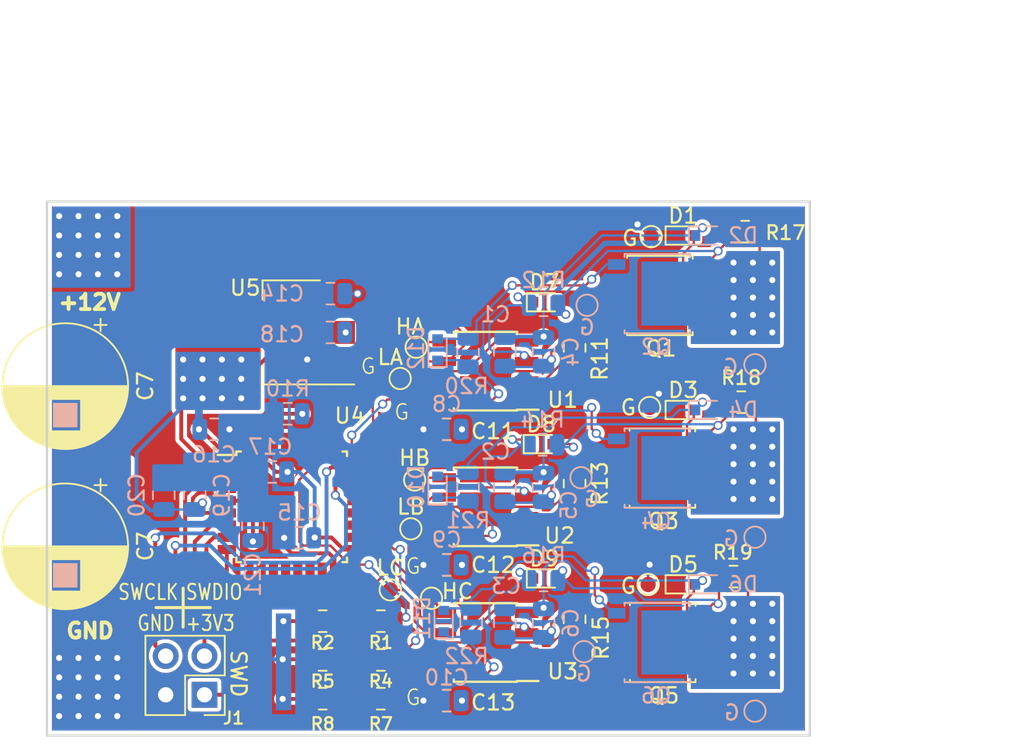
<source format=kicad_pcb>
(kicad_pcb (version 20171130) (host pcbnew "(5.0.0)")
  (layers (0 F.Cu signal) (31 B.Cu signal) (34 B.Paste user) (35 F.Paste user) (36 B.SilkS user) (37 F.SilkS user) (38 B.Mask user) (39 F.Mask user) (44 Edge.Cuts user))
  (net 0 "")
  (net 1 "Net-(C1-Pad1)")
  (net 2 /OUT_A)
  (net 3 "Net-(C2-Pad1)")
  (net 4 /OUT_B)
  (net 5 "Net-(C3-Pad1)")
  (net 6 /OUT_C)
  (net 7 +12V)
  (net 8 GND)
  (net 9 +3V3)
  (net 10 /NRST)
  (net 11 /BEMF_A)
  (net 12 /BEMF_B)
  (net 13 /BEMF_C)
  (net 14 /BOOT0)
  (net 15 /LOW_A)
  (net 16 /HIGH_A)
  (net 17 /LOW_B)
  (net 18 /HIGH_B)
  (net 19 /LOW_C)
  (net 20 /HIGH_C)
  (net 21 /SWCLK)
  (net 22 /SWDIO)
  (net 23 "Net-(R11-Pad2)")
  (net 24 "Net-(R13-Pad2)")
  (net 25 "Net-(R15-Pad2)")
  (net 26 "Net-(D7-Pad1)")
  (net 27 "Net-(D7-Pad2)")
  (net 28 "Net-(D8-Pad2)")
  (net 29 "Net-(D8-Pad1)")
  (net 30 "Net-(D9-Pad2)")
  (net 31 "Net-(D9-Pad1)")
  (net 32 "Net-(D10-Pad2)")
  (net 33 "Net-(D10-Pad1)")
  (net 34 "Net-(D11-Pad1)")
  (net 35 "Net-(D11-Pad2)")
  (net 36 "Net-(D12-Pad1)")
  (net 37 "Net-(D12-Pad2)")
  (module Capacitor_THT:CP_Radial_D8.0mm_P3.80mm (layer F.Cu) (at 51.2 70.2 270)
    (fp_text reference C7 (at 1.9 -5.25 270) (layer F.SilkS))
    (fp_text value 1000u)
    (pad 2 smd rect (at 3.8 0 270) (size 1.6 1.6) (layers B.Cu B.Paste B.SilkS B.Mask) (net 8 GND))
    (pad 1 smd rect (at 0 0 270) (size 1.6 1.6) (layers F.Cu F.Paste F.Mask) (net 7 +12V))
  )
  (module Connector_PinHeader_2.54mm:PinHeader_2x02_P2.54mm_Vertical (layer F.Cu) (at 60.325 92.329 180)
    (fp_text reference J1 (at -1.905 -1.524 180) (layer F.SilkS) (effects (font (size 0.8 0.8))))
    (fp_text value SWD)
    (pad 1 thru_hole rect (at 0 0 180) (size 1.7 1.7) (drill 1) (layers *.Cu *.Mask) (net 9 +3V3))
    (pad 2 thru_hole oval (at 2.54 0 180) (size 1.7 1.7) (drill 1) (layers *.Cu *.Mask) (net 8 GND))
    (pad 3 thru_hole oval (at 0 2.54 180) (size 1.7 1.7) (drill 1) (layers *.Cu *.Mask) (net 22 /SWDIO))
    (pad 4 thru_hole oval (at 2.54 2.54 180) (size 1.7 1.7) (drill 1) (layers *.Cu *.Mask) (net 21 /SWCLK))
  )
  (module Diode_SMD:D_SOD-523 (layer B.Cu) (at 93.218 85.09)
    (fp_text reference D6 (at 2.413 0) (layer B.SilkS) (effects (justify mirror)))
    (fp_text value 1N4148)
    (pad 1 smd rect (at -0.7 0 180) (size 0.6 0.7) (layers B.Cu B.Paste B.Mask) (net 6 /OUT_C))
    (pad 2 smd rect (at 0.7 0 180) (size 0.6 0.7) (layers B.Cu B.Paste B.Mask) (net 8 GND))
  )
  (module Diode_SMD:D_SOD-523 (layer F.Cu) (at 91.694 85.09)
    (fp_text reference D5 (at 0 -1.3) (layer F.SilkS))
    (fp_text value 1N4148)
    (pad 2 smd rect (at 0.7 0 180) (size 0.6 0.7) (layers F.Cu F.Paste F.Mask) (net 6 /OUT_C))
    (pad 1 smd rect (at -0.7 0 180) (size 0.6 0.7) (layers F.Cu F.Paste F.Mask) (net 7 +12V))
  )
  (module Diode_SMD:D_SOD-523 (layer F.Cu) (at 91.694 62.23)
    (fp_text reference D1 (at 0 -1.3) (layer F.SilkS))
    (fp_text value 1N4148)
    (pad 1 smd rect (at -0.7 0 180) (size 0.6 0.7) (layers F.Cu F.Paste F.Mask) (net 7 +12V))
    (pad 2 smd rect (at 0.7 0 180) (size 0.6 0.7) (layers F.Cu F.Paste F.Mask) (net 2 /OUT_A))
  )
  (module Diode_SMD:D_SOD-523 (layer B.Cu) (at 93.218 62.23)
    (fp_text reference D2 (at 2.413 0) (layer B.SilkS) (effects (justify mirror)))
    (fp_text value 1N4148)
    (pad 2 smd rect (at 0.7 0 180) (size 0.6 0.7) (layers B.Cu B.Paste B.Mask) (net 8 GND))
    (pad 1 smd rect (at -0.7 0 180) (size 0.6 0.7) (layers B.Cu B.Paste B.Mask) (net 2 /OUT_A))
  )
  (module Diode_SMD:D_SOD-523 (layer F.Cu) (at 91.694 73.66)
    (fp_text reference D3 (at 0 -1.3) (layer F.SilkS))
    (fp_text value 1N4148)
    (pad 1 smd rect (at -0.7 0 180) (size 0.6 0.7) (layers F.Cu F.Paste F.Mask) (net 7 +12V))
    (pad 2 smd rect (at 0.7 0 180) (size 0.6 0.7) (layers F.Cu F.Paste F.Mask) (net 4 /OUT_B))
  )
  (module Diode_SMD:D_SOD-523 (layer B.Cu) (at 93.218 73.66)
    (fp_text reference D4 (at 2.413 0) (layer B.SilkS) (effects (justify mirror)))
    (fp_text value 1N4148)
    (pad 2 smd rect (at 0.7 0 180) (size 0.6 0.7) (layers B.Cu B.Paste B.Mask) (net 8 GND))
    (pad 1 smd rect (at -0.7 0 180) (size 0.6 0.7) (layers B.Cu B.Paste B.Mask) (net 4 /OUT_B))
  )
  (module Package_QFP:LQFP-32_7x7mm_P0.8mm (layer F.Cu) (at 66.04 80.01)
    (fp_text reference U4 (at 3.81 -5.969) (layer F.SilkS))
    (fp_text value STM32F030K6Tx)
    (pad 1 smd rect (at -4.25 -2.8) (size 1.2 0.6) (layers F.Cu F.Paste F.Mask) (net 9 +3V3))
    (pad 2 smd rect (at -4.25 -2) (size 1.2 0.6) (layers F.Cu F.Paste F.Mask))
    (pad 3 smd rect (at -4.25 -1.2) (size 1.2 0.6) (layers F.Cu F.Paste F.Mask))
    (pad 4 smd rect (at -4.25 -0.4) (size 1.2 0.6) (layers F.Cu F.Paste F.Mask) (net 10 /NRST))
    (pad 5 smd rect (at -4.25 0.4) (size 1.2 0.6) (layers F.Cu F.Paste F.Mask) (net 9 +3V3))
    (pad 6 smd rect (at -4.25 1.2) (size 1.2 0.6) (layers F.Cu F.Paste F.Mask) (net 13 /BEMF_C))
    (pad 7 smd rect (at -4.25 2) (size 1.2 0.6) (layers F.Cu F.Paste F.Mask) (net 12 /BEMF_B))
    (pad 8 smd rect (at -4.25 2.8) (size 1.2 0.6) (layers F.Cu F.Paste F.Mask) (net 11 /BEMF_A))
    (pad 9 smd rect (at -2.8 4.25 90) (size 1.2 0.6) (layers F.Cu F.Paste F.Mask))
    (pad 10 smd rect (at -2 4.25 90) (size 1.2 0.6) (layers F.Cu F.Paste F.Mask))
    (pad 11 smd rect (at -1.2 4.25 90) (size 1.2 0.6) (layers F.Cu F.Paste F.Mask))
    (pad 12 smd rect (at -0.4 4.25 90) (size 1.2 0.6) (layers F.Cu F.Paste F.Mask))
    (pad 13 smd rect (at 0.4 4.25 90) (size 1.2 0.6) (layers F.Cu F.Paste F.Mask))
    (pad 14 smd rect (at 1.2 4.25 90) (size 1.2 0.6) (layers F.Cu F.Paste F.Mask) (net 19 /LOW_C))
    (pad 15 smd rect (at 2 4.25 90) (size 1.2 0.6) (layers F.Cu F.Paste F.Mask) (net 17 /LOW_B))
    (pad 16 smd rect (at 2.8 4.25 90) (size 1.2 0.6) (layers F.Cu F.Paste F.Mask) (net 8 GND))
    (pad 17 smd rect (at 4.25 2.8) (size 1.2 0.6) (layers F.Cu F.Paste F.Mask) (net 9 +3V3))
    (pad 18 smd rect (at 4.25 2) (size 1.2 0.6) (layers F.Cu F.Paste F.Mask) (net 20 /HIGH_C))
    (pad 19 smd rect (at 4.25 1.2) (size 1.2 0.6) (layers F.Cu F.Paste F.Mask) (net 18 /HIGH_B))
    (pad 20 smd rect (at 4.25 0.4) (size 1.2 0.6) (layers F.Cu F.Paste F.Mask) (net 16 /HIGH_A))
    (pad 21 smd rect (at 4.25 -0.4) (size 1.2 0.6) (layers F.Cu F.Paste F.Mask))
    (pad 22 smd rect (at 4.25 -1.2) (size 1.2 0.6) (layers F.Cu F.Paste F.Mask))
    (pad 23 smd rect (at 4.25 -2) (size 1.2 0.6) (layers F.Cu F.Paste F.Mask) (net 22 /SWDIO))
    (pad 24 smd rect (at 4.25 -2.8) (size 1.2 0.6) (layers F.Cu F.Paste F.Mask) (net 21 /SWCLK))
    (pad 25 smd rect (at 2.8 -4.25 90) (size 1.2 0.6) (layers F.Cu F.Paste F.Mask))
    (pad 26 smd rect (at 2 -4.25 90) (size 1.2 0.6) (layers F.Cu F.Paste F.Mask) (net 15 /LOW_A))
    (pad 27 smd rect (at 1.2 -4.25 90) (size 1.2 0.6) (layers F.Cu F.Paste F.Mask))
    (pad 28 smd rect (at 0.4 -4.25 90) (size 1.2 0.6) (layers F.Cu F.Paste F.Mask))
    (pad 29 smd rect (at -0.4 -4.25 90) (size 1.2 0.6) (layers F.Cu F.Paste F.Mask))
    (pad 30 smd rect (at -1.2 -4.25 90) (size 1.2 0.6) (layers F.Cu F.Paste F.Mask))
    (pad 31 smd rect (at -2 -4.25 90) (size 1.2 0.6) (layers F.Cu F.Paste F.Mask) (net 14 /BOOT0))
    (pad 32 smd rect (at -2.8 -4.25 90) (size 1.2 0.6) (layers F.Cu F.Paste F.Mask) (net 8 GND))
  )
  (module Package_SO:SOIC-8_3.9x4.9mm_P1.27mm (layer F.Cu) (at 78.74 80.01 180)
    (fp_text reference U2 (at -4.86 -1.89 180) (layer F.SilkS))
    (fp_text value MIC4604)
    (pad 8 smd rect (at 2.7 -1.905 180) (size 1.55 0.6) (layers F.Cu F.Paste F.Mask) (net 33 "Net-(D10-Pad1)"))
    (pad 7 smd rect (at 2.7 -0.635 180) (size 1.55 0.6) (layers F.Cu F.Paste F.Mask) (net 8 GND))
    (pad 6 smd rect (at 2.7 0.635 180) (size 1.55 0.6) (layers F.Cu F.Paste F.Mask) (net 17 /LOW_B))
    (pad 5 smd rect (at 2.7 1.905 180) (size 1.55 0.6) (layers F.Cu F.Paste F.Mask) (net 18 /HIGH_B))
    (pad 4 smd rect (at -2.7 1.905 180) (size 1.55 0.6) (layers F.Cu F.Paste F.Mask) (net 4 /OUT_B))
    (pad 3 smd rect (at -2.7 0.635 180) (size 1.55 0.6) (layers F.Cu F.Paste F.Mask) (net 29 "Net-(D8-Pad1)"))
    (pad 2 smd rect (at -2.7 -0.635 180) (size 1.55 0.6) (layers F.Cu F.Paste F.Mask) (net 24 "Net-(R13-Pad2)"))
    (pad 1 smd rect (at -2.7 -1.905 180) (size 1.55 0.6) (layers F.Cu F.Paste F.Mask) (net 7 +12V))
  )
  (module Package_SO:SOIC-8_3.9x4.9mm_P1.27mm (layer F.Cu) (at 78.74 88.9 180)
    (fp_text reference U3 (at -5.06 -1.9 180) (layer F.SilkS))
    (fp_text value MIC4604)
    (pad 1 smd rect (at -2.7 -1.905 180) (size 1.55 0.6) (layers F.Cu F.Paste F.Mask) (net 7 +12V))
    (pad 2 smd rect (at -2.7 -0.635 180) (size 1.55 0.6) (layers F.Cu F.Paste F.Mask) (net 25 "Net-(R15-Pad2)"))
    (pad 3 smd rect (at -2.7 0.635 180) (size 1.55 0.6) (layers F.Cu F.Paste F.Mask) (net 31 "Net-(D9-Pad1)"))
    (pad 4 smd rect (at -2.7 1.905 180) (size 1.55 0.6) (layers F.Cu F.Paste F.Mask) (net 6 /OUT_C))
    (pad 5 smd rect (at 2.7 1.905 180) (size 1.55 0.6) (layers F.Cu F.Paste F.Mask) (net 20 /HIGH_C))
    (pad 6 smd rect (at 2.7 0.635 180) (size 1.55 0.6) (layers F.Cu F.Paste F.Mask) (net 19 /LOW_C))
    (pad 7 smd rect (at 2.7 -0.635 180) (size 1.55 0.6) (layers F.Cu F.Paste F.Mask) (net 8 GND))
    (pad 8 smd rect (at 2.7 -1.905 180) (size 1.55 0.6) (layers F.Cu F.Paste F.Mask) (net 34 "Net-(D11-Pad1)"))
  )
  (module Package_SO:SOIC-8_3.9x4.9mm_P1.27mm (layer F.Cu) (at 78.74 71.12 180)
    (fp_text reference U1 (at -5.06 -1.88 180) (layer F.SilkS))
    (fp_text value MIC4604)
    (pad 8 smd rect (at 2.7 -1.905 180) (size 1.55 0.6) (layers F.Cu F.Paste F.Mask) (net 36 "Net-(D12-Pad1)"))
    (pad 7 smd rect (at 2.7 -0.635 180) (size 1.55 0.6) (layers F.Cu F.Paste F.Mask) (net 8 GND))
    (pad 6 smd rect (at 2.7 0.635 180) (size 1.55 0.6) (layers F.Cu F.Paste F.Mask) (net 15 /LOW_A))
    (pad 5 smd rect (at 2.7 1.905 180) (size 1.55 0.6) (layers F.Cu F.Paste F.Mask) (net 16 /HIGH_A))
    (pad 4 smd rect (at -2.7 1.905 180) (size 1.55 0.6) (layers F.Cu F.Paste F.Mask) (net 2 /OUT_A))
    (pad 3 smd rect (at -2.7 0.635 180) (size 1.55 0.6) (layers F.Cu F.Paste F.Mask) (net 26 "Net-(D7-Pad1)"))
    (pad 2 smd rect (at -2.7 -0.635 180) (size 1.55 0.6) (layers F.Cu F.Paste F.Mask) (net 23 "Net-(R11-Pad2)"))
    (pad 1 smd rect (at -2.7 -1.905 180) (size 1.55 0.6) (layers F.Cu F.Paste F.Mask) (net 7 +12V))
  )
  (module Package_TO_SOT_SMD:LFPAK56 (layer F.Cu) (at 90.005 66.16 180)
    (fp_text reference Q1 (at -0.245 -3.48 180) (layer F.SilkS))
    (fp_text value PSMN011-30YLC)
    (pad 4 smd rect (at -2.835 1.91 90) (size 0.7 1.15) (layers F.Cu F.Paste F.Mask) (net 27 "Net-(D7-Pad2)"))
    (pad 5 smd rect (at 0.435 0 90) (size 4.2 3.3) (layers F.Cu F.Mask) (net 7 +12V))
    (pad 5 smd rect (at 2.635 0 90) (size 4.7 1.55) (layers F.Cu F.Mask) (net 7 +12V))
    (pad 3 smd rect (at -2.835 0.64 90) (size 0.7 1.15) (layers F.Cu F.Paste F.Mask) (net 2 /OUT_A))
    (pad 1 smd rect (at -2.835 -1.91 90) (size 0.7 1.15) (layers F.Cu F.Paste F.Mask) (net 2 /OUT_A))
    (pad 2 smd rect (at -2.835 -0.64 90) (size 0.7 1.15) (layers F.Cu F.Paste F.Mask) (net 2 /OUT_A))
  )
  (module Package_TO_SOT_SMD:LFPAK56 (layer F.Cu) (at 90.17 77.47 180)
    (fp_text reference Q3 (at -0.245 -3.48 180) (layer F.SilkS))
    (fp_text value PSMN011-30YLC)
    (pad 2 smd rect (at -2.835 -0.64 90) (size 0.7 1.15) (layers F.Cu F.Paste F.Mask) (net 4 /OUT_B))
    (pad 1 smd rect (at -2.835 -1.91 90) (size 0.7 1.15) (layers F.Cu F.Paste F.Mask) (net 4 /OUT_B))
    (pad 3 smd rect (at -2.835 0.64 90) (size 0.7 1.15) (layers F.Cu F.Paste F.Mask) (net 4 /OUT_B))
    (pad 5 smd rect (at 2.635 0 90) (size 4.7 1.55) (layers F.Cu F.Mask) (net 7 +12V))
    (pad 5 smd rect (at 0.435 0 90) (size 4.2 3.3) (layers F.Cu F.Mask) (net 7 +12V))
    (pad 4 smd rect (at -2.835 1.91 90) (size 0.7 1.15) (layers F.Cu F.Paste F.Mask) (net 28 "Net-(D8-Pad2)"))
  )
  (module Package_TO_SOT_SMD:LFPAK56 (layer B.Cu) (at 90.17 77.47)
    (fp_text reference Q4 (at -0.245 3.48) (layer B.SilkS) (effects (justify mirror)))
    (fp_text value PSMN011-30YLC)
    (pad 4 smd rect (at -2.835 -1.91 90) (size 0.7 1.15) (layers B.Cu B.Paste B.Mask) (net 32 "Net-(D10-Pad2)"))
    (pad 5 smd rect (at 0.435 0 90) (size 4.2 3.3) (layers B.Cu B.Mask) (net 4 /OUT_B))
    (pad 5 smd rect (at 2.635 0 90) (size 4.7 1.55) (layers B.Cu B.Mask) (net 4 /OUT_B))
    (pad 3 smd rect (at -2.835 -0.64 90) (size 0.7 1.15) (layers B.Cu B.Paste B.Mask) (net 8 GND))
    (pad 1 smd rect (at -2.835 1.91 90) (size 0.7 1.15) (layers B.Cu B.Paste B.Mask) (net 8 GND))
    (pad 2 smd rect (at -2.835 0.64 90) (size 0.7 1.15) (layers B.Cu B.Paste B.Mask) (net 8 GND))
  )
  (module Package_TO_SOT_SMD:LFPAK56 (layer F.Cu) (at 90.19 88.9 180)
    (fp_text reference Q5 (at -0.245 -3.48 180) (layer F.SilkS))
    (fp_text value PSMN011-30YLC)
    (pad 2 smd rect (at -2.835 -0.64 90) (size 0.7 1.15) (layers F.Cu F.Paste F.Mask) (net 6 /OUT_C))
    (pad 1 smd rect (at -2.835 -1.91 90) (size 0.7 1.15) (layers F.Cu F.Paste F.Mask) (net 6 /OUT_C))
    (pad 3 smd rect (at -2.835 0.64 90) (size 0.7 1.15) (layers F.Cu F.Paste F.Mask) (net 6 /OUT_C))
    (pad 5 smd rect (at 2.635 0 90) (size 4.7 1.55) (layers F.Cu F.Mask) (net 7 +12V))
    (pad 5 smd rect (at 0.435 0 90) (size 4.2 3.3) (layers F.Cu F.Mask) (net 7 +12V))
    (pad 4 smd rect (at -2.835 1.91 90) (size 0.7 1.15) (layers F.Cu F.Paste F.Mask) (net 30 "Net-(D9-Pad2)"))
  )
  (module Package_TO_SOT_SMD:LFPAK56 (layer B.Cu) (at 90.17 88.9)
    (fp_text reference Q6 (at -0.245 3.48) (layer B.SilkS) (effects (justify mirror)))
    (fp_text value PSMN011-30YLC)
    (pad 4 smd rect (at -2.835 -1.91 90) (size 0.7 1.15) (layers B.Cu B.Paste B.Mask) (net 35 "Net-(D11-Pad2)"))
    (pad 5 smd rect (at 0.435 0 90) (size 4.2 3.3) (layers B.Cu B.Mask) (net 6 /OUT_C))
    (pad 5 smd rect (at 2.635 0 90) (size 4.7 1.55) (layers B.Cu B.Mask) (net 6 /OUT_C))
    (pad 3 smd rect (at -2.835 -0.64 90) (size 0.7 1.15) (layers B.Cu B.Paste B.Mask) (net 8 GND))
    (pad 1 smd rect (at -2.835 1.91 90) (size 0.7 1.15) (layers B.Cu B.Paste B.Mask) (net 8 GND))
    (pad 2 smd rect (at -2.835 0.64 90) (size 0.7 1.15) (layers B.Cu B.Paste B.Mask) (net 8 GND))
  )
  (module Package_TO_SOT_SMD:LFPAK56 (layer B.Cu) (at 90.17 66.04)
    (fp_text reference Q2 (at -0.245 3.48) (layer B.SilkS) (effects (justify mirror)))
    (fp_text value PSMN011-30YLC)
    (pad 2 smd rect (at -2.835 0.64 90) (size 0.7 1.15) (layers B.Cu B.Paste B.Mask) (net 8 GND))
    (pad 1 smd rect (at -2.835 1.91 90) (size 0.7 1.15) (layers B.Cu B.Paste B.Mask) (net 8 GND))
    (pad 3 smd rect (at -2.835 -0.64 90) (size 0.7 1.15) (layers B.Cu B.Paste B.Mask) (net 8 GND))
    (pad 5 smd rect (at 2.635 0 90) (size 4.7 1.55) (layers B.Cu B.Mask) (net 2 /OUT_A))
    (pad 5 smd rect (at 0.435 0 90) (size 4.2 3.3) (layers B.Cu B.Mask) (net 2 /OUT_A))
    (pad 4 smd rect (at -2.835 -1.91 90) (size 0.7 1.15) (layers B.Cu B.Paste B.Mask) (net 37 "Net-(D12-Pad2)"))
  )
  (module Package_TO_SOT_SMD:SOT-223-3_TabPin2 (layer F.Cu) (at 66.04 68.58 180)
    (fp_text reference U5 (at 3.048 2.921 180) (layer F.SilkS))
    (fp_text value AP1117-33)
    (pad 2 smd rect (at 3.15 0 180) (size 2 3.8) (layers F.Cu F.Paste F.Mask) (net 9 +3V3))
    (pad 2 smd rect (at -3.15 0 180) (size 2 1.5) (layers F.Cu F.Paste F.Mask) (net 9 +3V3))
    (pad 3 smd rect (at -3.15 2.3 180) (size 2 1.5) (layers F.Cu F.Paste F.Mask) (net 7 +12V))
    (pad 1 smd rect (at -3.15 -2.3 180) (size 2 1.5) (layers F.Cu F.Paste F.Mask) (net 8 GND))
  )
  (module Capacitor_SMD:C_0805_2012Metric (layer B.Cu) (at 60.96 74.93)
    (fp_text reference C16 (at 0 1.65) (layer B.SilkS) (effects (justify mirror)))
    (fp_text value 100n)
    (pad 2 smd roundrect (at 0.9375 0) (size 0.975 1.4) (layers B.Cu B.Paste B.Mask) (net 8 GND))
    (pad 1 smd roundrect (at -0.9375 0) (size 0.975 1.4) (layers B.Cu B.Paste B.Mask) (net 9 +3V3))
  )
  (module Capacitor_SMD:C_0805_2012Metric (layer B.Cu) (at 76.2 74.93 180)
    (fp_text reference C8 (at 0 1.65 180) (layer B.SilkS) (effects (justify mirror)))
    (fp_text value 100n)
    (pad 1 smd roundrect (at -0.9375 0 180) (size 0.975 1.4) (layers B.Cu B.Paste B.Mask) (net 7 +12V))
    (pad 2 smd roundrect (at 0.9375 0 180) (size 0.975 1.4) (layers B.Cu B.Paste B.Mask) (net 8 GND))
  )
  (module Capacitor_SMD:C_0805_2012Metric (layer B.Cu) (at 80.01 78.74 90)
    (fp_text reference C2 (at 2.34 -0.61 180) (layer B.SilkS) (effects (justify mirror)))
    (fp_text value 1u)
    (pad 2 smd roundrect (at 0.9375 0 90) (size 0.975 1.4) (layers B.Cu B.Paste B.Mask) (net 4 /OUT_B))
    (pad 1 smd roundrect (at -0.9375 0 90) (size 0.975 1.4) (layers B.Cu B.Paste B.Mask) (net 3 "Net-(C2-Pad1)"))
  )
  (module Capacitor_SMD:C_0805_2012Metric (layer B.Cu) (at 68.58 68.58 180)
    (fp_text reference C18 (at 3.175 -0.127 180) (layer B.SilkS) (effects (justify mirror)))
    (fp_text value 22u)
    (pad 1 smd roundrect (at -0.9375 0 180) (size 0.975 1.4) (layers B.Cu B.Paste B.Mask) (net 9 +3V3))
    (pad 2 smd roundrect (at 0.9375 0 180) (size 0.975 1.4) (layers B.Cu B.Paste B.Mask) (net 8 GND))
  )
  (module Capacitor_SMD:C_0805_2012Metric (layer B.Cu) (at 59.69 79.248 90)
    (fp_text reference C19 (at 0 1.778 90) (layer B.SilkS) (effects (justify mirror)))
    (fp_text value 1u)
    (pad 2 smd roundrect (at 0.9375 0 90) (size 0.975 1.4) (layers B.Cu B.Paste B.Mask) (net 8 GND))
    (pad 1 smd roundrect (at -0.9375 0 90) (size 0.975 1.4) (layers B.Cu B.Paste B.Mask) (net 9 +3V3))
  )
  (module Capacitor_SMD:C_0805_2012Metric (layer B.Cu) (at 57.658 79.248 90)
    (fp_text reference C20 (at 0 -1.778 90) (layer B.SilkS) (effects (justify mirror)))
    (fp_text value 10n)
    (pad 1 smd roundrect (at -0.9375 0 90) (size 0.975 1.4) (layers B.Cu B.Paste B.Mask) (net 9 +3V3))
    (pad 2 smd roundrect (at 0.9375 0 90) (size 0.975 1.4) (layers B.Cu B.Paste B.Mask) (net 8 GND))
  )
  (module Capacitor_SMD:C_0805_2012Metric (layer B.Cu) (at 63.5 81.28 90)
    (fp_text reference C21 (at -3.175 0 90) (layer B.SilkS) (effects (justify mirror)))
    (fp_text value 100n)
    (pad 2 smd roundrect (at 0.9375 0 90) (size 0.975 1.4) (layers B.Cu B.Paste B.Mask) (net 8 GND))
    (pad 1 smd roundrect (at -0.9375 0 90) (size 0.975 1.4) (layers B.Cu B.Paste B.Mask) (net 10 /NRST))
  )
  (module Capacitor_SMD:C_0805_2012Metric (layer B.Cu) (at 82.55 87.63 90)
    (fp_text reference C6 (at 0 1.778 90) (layer B.SilkS) (effects (justify mirror)))
    (fp_text value 100n)
    (pad 1 smd roundrect (at -0.9375 0 90) (size 0.975 1.4) (layers B.Cu B.Paste B.Mask) (net 5 "Net-(C3-Pad1)"))
    (pad 2 smd roundrect (at 0.9375 0 90) (size 0.975 1.4) (layers B.Cu B.Paste B.Mask) (net 6 /OUT_C))
  )
  (module Capacitor_SMD:C_0805_2012Metric (layer B.Cu) (at 82.55 78.74 90)
    (fp_text reference C5 (at -1.16 1.65 90) (layer B.SilkS) (effects (justify mirror)))
    (fp_text value 100n)
    (pad 2 smd roundrect (at 0.9375 0 90) (size 0.975 1.4) (layers B.Cu B.Paste B.Mask) (net 4 /OUT_B))
    (pad 1 smd roundrect (at -0.9375 0 90) (size 0.975 1.4) (layers B.Cu B.Paste B.Mask) (net 3 "Net-(C2-Pad1)"))
  )
  (module Capacitor_SMD:C_0805_2012Metric (layer B.Cu) (at 82.55 69.85 90)
    (fp_text reference C4 (at 0 1.778 90) (layer B.SilkS) (effects (justify mirror)))
    (fp_text value 100n)
    (pad 1 smd roundrect (at -0.9375 0 90) (size 0.975 1.4) (layers B.Cu B.Paste B.Mask) (net 1 "Net-(C1-Pad1)"))
    (pad 2 smd roundrect (at 0.9375 0 90) (size 0.975 1.4) (layers B.Cu B.Paste B.Mask) (net 2 /OUT_A))
  )
  (module Capacitor_SMD:C_0805_2012Metric (layer B.Cu) (at 80.01 69.85 90)
    (fp_text reference C1 (at 2.45 -0.61 180) (layer B.SilkS) (effects (justify mirror)))
    (fp_text value 1u)
    (pad 2 smd roundrect (at 0.9375 0 90) (size 0.975 1.4) (layers B.Cu B.Paste B.Mask) (net 2 /OUT_A))
    (pad 1 smd roundrect (at -0.9375 0 90) (size 0.975 1.4) (layers B.Cu B.Paste B.Mask) (net 1 "Net-(C1-Pad1)"))
  )
  (module Capacitor_SMD:C_0805_2012Metric (layer B.Cu) (at 64.77 77.724 180)
    (fp_text reference C17 (at 0.127 1.651 180) (layer B.SilkS) (effects (justify mirror)))
    (fp_text value 4.7u)
    (pad 1 smd roundrect (at -0.9375 0 180) (size 0.975 1.4) (layers B.Cu B.Paste B.Mask) (net 9 +3V3))
    (pad 2 smd roundrect (at 0.9375 0 180) (size 0.975 1.4) (layers B.Cu B.Paste B.Mask) (net 8 GND))
  )
  (module Capacitor_SMD:C_0805_2012Metric (layer B.Cu) (at 76.2 83.82 180)
    (fp_text reference C9 (at 0 1.65 180) (layer B.SilkS) (effects (justify mirror)))
    (fp_text value 100n)
    (pad 2 smd roundrect (at 0.9375 0 180) (size 0.975 1.4) (layers B.Cu B.Paste B.Mask) (net 8 GND))
    (pad 1 smd roundrect (at -0.9375 0 180) (size 0.975 1.4) (layers B.Cu B.Paste B.Mask) (net 7 +12V))
  )
  (module Capacitor_SMD:C_0805_2012Metric (layer B.Cu) (at 76.2 92.71 180)
    (fp_text reference C10 (at 0 1.51 180) (layer B.SilkS) (effects (justify mirror)))
    (fp_text value 100n)
    (pad 1 smd roundrect (at -0.9375 0 180) (size 0.975 1.4) (layers B.Cu B.Paste B.Mask) (net 7 +12V))
    (pad 2 smd roundrect (at 0.9375 0 180) (size 0.975 1.4) (layers B.Cu B.Paste B.Mask) (net 8 GND))
  )
  (module Capacitor_SMD:C_0805_2012Metric (layer F.Cu) (at 76.2 74.93 180)
    (fp_text reference C11 (at -3.048 -0.127 180) (layer F.SilkS))
    (fp_text value 1u)
    (pad 2 smd roundrect (at 0.9375 0 180) (size 0.975 1.4) (layers F.Cu F.Paste F.Mask) (net 8 GND))
    (pad 1 smd roundrect (at -0.9375 0 180) (size 0.975 1.4) (layers F.Cu F.Paste F.Mask) (net 7 +12V))
  )
  (module Capacitor_SMD:C_0805_2012Metric (layer F.Cu) (at 76.2 83.82 180)
    (fp_text reference C12 (at -3.048 0 180) (layer F.SilkS))
    (fp_text value 1u)
    (pad 1 smd roundrect (at -0.9375 0 180) (size 0.975 1.4) (layers F.Cu F.Paste F.Mask) (net 7 +12V))
    (pad 2 smd roundrect (at 0.9375 0 180) (size 0.975 1.4) (layers F.Cu F.Paste F.Mask) (net 8 GND))
  )
  (module Capacitor_SMD:C_0805_2012Metric (layer F.Cu) (at 76.2 92.71 180)
    (fp_text reference C13 (at -3.048 -0.127 180) (layer F.SilkS))
    (fp_text value 1u)
    (pad 2 smd roundrect (at 0.9375 0 180) (size 0.975 1.4) (layers F.Cu F.Paste F.Mask) (net 8 GND))
    (pad 1 smd roundrect (at -0.9375 0 180) (size 0.975 1.4) (layers F.Cu F.Paste F.Mask) (net 7 +12V))
  )
  (module Capacitor_SMD:C_0805_2012Metric (layer B.Cu) (at 68.58 66.04)
    (fp_text reference C14 (at -3.175 0) (layer B.SilkS) (effects (justify mirror)))
    (fp_text value 10u)
    (pad 1 smd roundrect (at -0.9375 0) (size 0.975 1.4) (layers B.Cu B.Paste B.Mask) (net 8 GND))
    (pad 2 smd roundrect (at 0.9375 0) (size 0.975 1.4) (layers B.Cu B.Paste B.Mask) (net 7 +12V))
  )
  (module Capacitor_SMD:C_0805_2012Metric (layer B.Cu) (at 80.01 87.63 90)
    (fp_text reference C3 (at 2.43 0.09 180) (layer B.SilkS) (effects (justify mirror)))
    (fp_text value 1u)
    (pad 2 smd roundrect (at 0.9375 0 90) (size 0.975 1.4) (layers B.Cu B.Paste B.Mask) (net 6 /OUT_C))
    (pad 1 smd roundrect (at -0.9375 0 90) (size 0.975 1.4) (layers B.Cu B.Paste B.Mask) (net 5 "Net-(C3-Pad1)"))
  )
  (module Capacitor_SMD:C_0805_2012Metric (layer B.Cu) (at 66.548 82.042 180)
    (fp_text reference C15 (at 0 1.65 180) (layer B.SilkS) (effects (justify mirror)))
    (fp_text value 100n)
    (pad 1 smd roundrect (at -0.9375 0 180) (size 0.975 1.4) (layers B.Cu B.Paste B.Mask) (net 9 +3V3))
    (pad 2 smd roundrect (at 0.9375 0 180) (size 0.975 1.4) (layers B.Cu B.Paste B.Mask) (net 8 GND))
  )
  (module Capacitor_THT:CP_Radial_D8.0mm_P3.80mm (layer F.Cu) (at 51.2 80.7 270)
    (fp_text reference C7 (at 1.9 -5.25 270) (layer F.SilkS))
    (fp_text value 1000u)
    (pad 1 smd rect (at 0 0 270) (size 1.6 1.6) (layers F.Cu F.Paste F.Mask) (net 7 +12V))
    (pad 2 smd rect (at 3.8 0 270) (size 1.6 1.6) (layers B.Cu B.Paste B.SilkS B.Mask) (net 8 GND))
  )
  (module Resistor_SMD:R_0805_2012Metric (layer F.Cu) (at 68.072 87.503 180)
    (fp_text reference R2 (at 0 -1.397 180) (layer F.SilkS) (effects (font (size 0.8 0.8))))
    (fp_text value 2.2k)
    (pad 1 smd roundrect (at -0.9375 0 180) (size 0.975 1.4) (layers F.Cu F.Paste F.Mask) (net 11 /BEMF_A))
    (pad 2 smd roundrect (at 0.9375 0 180) (size 0.975 1.4) (layers F.Cu F.Paste F.Mask) (net 8 GND))
  )
  (module Resistor_SMD:R_0805_2012Metric (layer F.Cu) (at 94.996 84.582 180)
    (fp_text reference R19 (at 0.046 1.582 180) (layer F.SilkS) (effects (font (size 0.9 0.9))))
    (fp_text value 10k)
    (pad 1 smd roundrect (at -0.9375 0 180) (size 0.975 1.4) (layers F.Cu F.Paste F.Mask) (net 6 /OUT_C))
    (pad 2 smd roundrect (at 0.9375 0 180) (size 0.975 1.4) (layers F.Cu F.Paste F.Mask) (net 30 "Net-(D9-Pad2)"))
  )
  (module Resistor_SMD:R_0805_2012Metric (layer F.Cu) (at 95.504 73.152 180)
    (fp_text reference R18 (at 0.004 1.602 180) (layer F.SilkS) (effects (font (size 0.9 0.9))))
    (fp_text value 10k)
    (pad 1 smd roundrect (at -0.9375 0 180) (size 0.975 1.4) (layers F.Cu F.Paste F.Mask) (net 4 /OUT_B))
    (pad 2 smd roundrect (at 0.9375 0 180) (size 0.975 1.4) (layers F.Cu F.Paste F.Mask) (net 28 "Net-(D8-Pad2)"))
  )
  (module Resistor_SMD:R_0805_2012Metric (layer F.Cu) (at 95.758 61.976 180)
    (fp_text reference R17 (at -2.642 -0.074 180) (layer F.SilkS) (effects (font (size 0.9 0.9))))
    (fp_text value 10k)
    (pad 1 smd roundrect (at -0.9375 0 180) (size 0.975 1.4) (layers F.Cu F.Paste F.Mask) (net 2 /OUT_A))
    (pad 2 smd roundrect (at 0.9375 0 180) (size 0.975 1.4) (layers F.Cu F.Paste F.Mask) (net 27 "Net-(D7-Pad2)"))
  )
  (module Resistor_SMD:R_0805_2012Metric (layer B.Cu) (at 82.55 84.836 180)
    (fp_text reference R16 (at 0 1.65 180) (layer B.SilkS) (effects (justify mirror)))
    (fp_text value 22R)
    (pad 2 smd roundrect (at 0.9375 0 180) (size 0.975 1.4) (layers B.Cu B.Paste B.Mask) (net 31 "Net-(D9-Pad1)"))
    (pad 1 smd roundrect (at -0.9375 0 180) (size 0.975 1.4) (layers B.Cu B.Paste B.Mask) (net 30 "Net-(D9-Pad2)"))
  )
  (module Resistor_SMD:R_0805_2012Metric (layer F.Cu) (at 84.582 87.376 270)
    (fp_text reference R15 (at 1.224 -1.718 270) (layer F.SilkS))
    (fp_text value 22R)
    (pad 1 smd roundrect (at -0.9375 0 270) (size 0.975 1.4) (layers F.Cu F.Paste F.Mask) (net 5 "Net-(C3-Pad1)"))
    (pad 2 smd roundrect (at 0.9375 0 270) (size 0.975 1.4) (layers F.Cu F.Paste F.Mask) (net 25 "Net-(R15-Pad2)"))
  )
  (module Resistor_SMD:R_0805_2012Metric (layer B.Cu) (at 82.55 66.802 180)
    (fp_text reference R12 (at 0 1.65 180) (layer B.SilkS) (effects (justify mirror)))
    (fp_text value 22R)
    (pad 2 smd roundrect (at 0.9375 0 180) (size 0.975 1.4) (layers B.Cu B.Paste B.Mask) (net 26 "Net-(D7-Pad1)"))
    (pad 1 smd roundrect (at -0.9375 0 180) (size 0.975 1.4) (layers B.Cu B.Paste B.Mask) (net 27 "Net-(D7-Pad2)"))
  )
  (module Resistor_SMD:R_0805_2012Metric (layer F.Cu) (at 68.072 90.043 180)
    (fp_text reference R5 (at 0 -1.397 180) (layer F.SilkS) (effects (font (size 0.8 0.8))))
    (fp_text value 2.2k)
    (pad 1 smd roundrect (at -0.9375 0 180) (size 0.975 1.4) (layers F.Cu F.Paste F.Mask) (net 12 /BEMF_B))
    (pad 2 smd roundrect (at 0.9375 0 180) (size 0.975 1.4) (layers F.Cu F.Paste F.Mask) (net 8 GND))
  )
  (module Resistor_SMD:R_0805_2012Metric (layer F.Cu) (at 71.882 90.043 180)
    (fp_text reference R4 (at 0 -1.397 180) (layer F.SilkS) (effects (font (size 0.8 0.8))))
    (fp_text value 10k)
    (pad 2 smd roundrect (at 0.9375 0 180) (size 0.975 1.4) (layers F.Cu F.Paste F.Mask) (net 12 /BEMF_B))
    (pad 1 smd roundrect (at -0.9375 0 180) (size 0.975 1.4) (layers F.Cu F.Paste F.Mask) (net 4 /OUT_B))
  )
  (module Resistor_SMD:R_0805_2012Metric (layer F.Cu) (at 71.882 87.503 180)
    (fp_text reference R1 (at 0 -1.397 180) (layer F.SilkS) (effects (font (size 0.8 0.8))))
    (fp_text value 10k)
    (pad 2 smd roundrect (at 0.9375 0 180) (size 0.975 1.4) (layers F.Cu F.Paste F.Mask) (net 11 /BEMF_A))
    (pad 1 smd roundrect (at -0.9375 0 180) (size 0.975 1.4) (layers F.Cu F.Paste F.Mask) (net 2 /OUT_A))
  )
  (module Resistor_SMD:R_0805_2012Metric (layer F.Cu) (at 71.882 92.583 180)
    (fp_text reference R7 (at 0 -1.65 180) (layer F.SilkS) (effects (font (size 0.8 0.8))))
    (fp_text value 10k)
    (pad 1 smd roundrect (at -0.9375 0 180) (size 0.975 1.4) (layers F.Cu F.Paste F.Mask) (net 6 /OUT_C))
    (pad 2 smd roundrect (at 0.9375 0 180) (size 0.975 1.4) (layers F.Cu F.Paste F.Mask) (net 13 /BEMF_C))
  )
  (module Resistor_SMD:R_0805_2012Metric (layer F.Cu) (at 68.072 92.583 180)
    (fp_text reference R8 (at 0 -1.65 180) (layer F.SilkS) (effects (font (size 0.8 0.8))))
    (fp_text value 2.2k)
    (pad 2 smd roundrect (at 0.9375 0 180) (size 0.975 1.4) (layers F.Cu F.Paste F.Mask) (net 8 GND))
    (pad 1 smd roundrect (at -0.9375 0 180) (size 0.975 1.4) (layers F.Cu F.Paste F.Mask) (net 13 /BEMF_C))
  )
  (module Resistor_SMD:R_0805_2012Metric (layer F.Cu) (at 84.582 69.596 270)
    (fp_text reference R11 (at 0.704 -1.65 270) (layer F.SilkS))
    (fp_text value 22R)
    (pad 1 smd roundrect (at -0.9375 0 270) (size 0.975 1.4) (layers F.Cu F.Paste F.Mask) (net 1 "Net-(C1-Pad1)"))
    (pad 2 smd roundrect (at 0.9375 0 270) (size 0.975 1.4) (layers F.Cu F.Paste F.Mask) (net 23 "Net-(R11-Pad2)"))
  )
  (module Resistor_SMD:R_0805_2012Metric (layer B.Cu) (at 65.786 73.914 180)
    (fp_text reference R10 (at 0 1.65 180) (layer B.SilkS) (effects (justify mirror)))
    (fp_text value 10k)
    (pad 2 smd roundrect (at 0.9375 0 180) (size 0.975 1.4) (layers B.Cu B.Paste B.Mask) (net 8 GND))
    (pad 1 smd roundrect (at -0.9375 0 180) (size 0.975 1.4) (layers B.Cu B.Paste B.Mask) (net 14 /BOOT0))
  )
  (module Resistor_SMD:R_0805_2012Metric (layer F.Cu) (at 84.582 78.486 270)
    (fp_text reference R13 (at 0 -1.65 270) (layer F.SilkS))
    (fp_text value 22R)
    (pad 2 smd roundrect (at 0.9375 0 270) (size 0.975 1.4) (layers F.Cu F.Paste F.Mask) (net 24 "Net-(R13-Pad2)"))
    (pad 1 smd roundrect (at -0.9375 0 270) (size 0.975 1.4) (layers F.Cu F.Paste F.Mask) (net 3 "Net-(C2-Pad1)"))
  )
  (module Resistor_SMD:R_0805_2012Metric (layer B.Cu) (at 82.483999 75.946 180)
    (fp_text reference R14 (at 0 1.65 180) (layer B.SilkS) (effects (justify mirror)))
    (fp_text value 22R)
    (pad 1 smd roundrect (at -0.9375 0 180) (size 0.975 1.4) (layers B.Cu B.Paste B.Mask) (net 28 "Net-(D8-Pad2)"))
    (pad 2 smd roundrect (at 0.9375 0 180) (size 0.975 1.4) (layers B.Cu B.Paste B.Mask) (net 29 "Net-(D8-Pad1)"))
  )
  (module Diode_SMD:D_SOD-523 (layer F.Cu) (at 82.6 66.6)
    (fp_text reference D7 (at 0 -1.3) (layer F.SilkS))
    (fp_text value 1N4148)
    (pad 1 smd rect (at -0.7 0 180) (size 0.6 0.7) (layers F.Cu F.Paste F.Mask) (net 26 "Net-(D7-Pad1)"))
    (pad 2 smd rect (at 0.7 0 180) (size 0.6 0.7) (layers F.Cu F.Paste F.Mask) (net 27 "Net-(D7-Pad2)"))
  )
  (module Diode_SMD:D_SOD-523 (layer F.Cu) (at 82.4 75.9)
    (fp_text reference D8 (at 0 -1.3) (layer F.SilkS))
    (fp_text value 1N4148)
    (pad 2 smd rect (at 0.7 0 180) (size 0.6 0.7) (layers F.Cu F.Paste F.Mask) (net 28 "Net-(D8-Pad2)"))
    (pad 1 smd rect (at -0.7 0 180) (size 0.6 0.7) (layers F.Cu F.Paste F.Mask) (net 29 "Net-(D8-Pad1)"))
  )
  (module Diode_SMD:D_SOD-523 (layer F.Cu) (at 82.6 84.7)
    (fp_text reference D9 (at 0 -1.3) (layer F.SilkS))
    (fp_text value 1N4148)
    (pad 2 smd rect (at 0.7 0 180) (size 0.6 0.7) (layers F.Cu F.Paste F.Mask) (net 30 "Net-(D9-Pad2)"))
    (pad 1 smd rect (at -0.7 0 180) (size 0.6 0.7) (layers F.Cu F.Paste F.Mask) (net 31 "Net-(D9-Pad1)"))
  )
  (module Diode_SMD:D_SOD-523 (layer B.Cu) (at 75.6 78.7 90)
    (fp_text reference D10 (at 0 -1.4 90) (layer B.SilkS) (effects (justify mirror)))
    (fp_text value 1N4148)
    (pad 2 smd rect (at 0.7 0 270) (size 0.6 0.7) (layers B.Cu B.Paste B.Mask) (net 32 "Net-(D10-Pad2)"))
    (pad 1 smd rect (at -0.7 0 270) (size 0.6 0.7) (layers B.Cu B.Paste B.Mask) (net 33 "Net-(D10-Pad1)"))
  )
  (module Diode_SMD:D_SOD-523 (layer B.Cu) (at 76 87.5 90)
    (fp_text reference D11 (at 0.2 -1.4 90) (layer B.SilkS) (effects (justify mirror)))
    (fp_text value 1N4148)
    (pad 1 smd rect (at -0.7 0 270) (size 0.6 0.7) (layers B.Cu B.Paste B.Mask) (net 34 "Net-(D11-Pad1)"))
    (pad 2 smd rect (at 0.7 0 270) (size 0.6 0.7) (layers B.Cu B.Paste B.Mask) (net 35 "Net-(D11-Pad2)"))
  )
  (module Diode_SMD:D_SOD-523 (layer B.Cu) (at 75.6 69.7 90)
    (fp_text reference D12 (at 0.1 -1.4 90) (layer B.SilkS) (effects (justify mirror)))
    (fp_text value 1N4148)
    (pad 1 smd rect (at -0.7 0 270) (size 0.6 0.7) (layers B.Cu B.Paste B.Mask) (net 36 "Net-(D12-Pad1)"))
    (pad 2 smd rect (at 0.7 0 270) (size 0.6 0.7) (layers B.Cu B.Paste B.Mask) (net 37 "Net-(D12-Pad2)"))
  )
  (module Resistor_SMD:R_0805_2012Metric (layer B.Cu) (at 77.6 69.9 270)
    (fp_text reference R20 (at 2.2 0.1 180) (layer B.SilkS) (effects (justify mirror)))
    (fp_text value 22R)
    (pad 2 smd roundrect (at 0.9375 0 270) (size 0.975 1.4) (layers B.Cu B.Paste B.Mask) (net 36 "Net-(D12-Pad1)"))
    (pad 1 smd roundrect (at -0.9375 0 270) (size 0.975 1.4) (layers B.Cu B.Paste B.Mask) (net 37 "Net-(D12-Pad2)"))
  )
  (module Resistor_SMD:R_0805_2012Metric (layer B.Cu) (at 77.6 78.7 270)
    (fp_text reference R21 (at 2.2 0) (layer B.SilkS) (effects (justify mirror)))
    (fp_text value 22R)
    (pad 1 smd roundrect (at -0.9375 0 270) (size 0.975 1.4) (layers B.Cu B.Paste B.Mask) (net 32 "Net-(D10-Pad2)"))
    (pad 2 smd roundrect (at 0.9375 0 270) (size 0.975 1.4) (layers B.Cu B.Paste B.Mask) (net 33 "Net-(D10-Pad1)"))
  )
  (module Resistor_SMD:R_0805_2012Metric (layer B.Cu) (at 77.8 87.6 270)
    (fp_text reference R22 (at 2.2 0.3) (layer B.SilkS) (effects (justify mirror)))
    (fp_text value 22R)
    (pad 1 smd roundrect (at -0.9375 0 270) (size 0.975 1.4) (layers B.Cu B.Paste B.Mask) (net 35 "Net-(D11-Pad2)"))
    (pad 2 smd roundrect (at 0.9375 0 270) (size 0.975 1.4) (layers B.Cu B.Paste B.Mask) (net 34 "Net-(D11-Pad1)"))
  )
  (module TestPoint:TestPoint_Pad_D1.0mm (layer F.Cu) (at 89.6 62.3)
    (fp_text reference G (at -1.4 0.1) (layer F.SilkS))
    (fp_text value Q3_G)
    (pad 1 smd circle (at 0 0) (size 1 1) (layers F.Cu F.Mask) (net 8 GND))
  )
  (module TestPoint:TestPoint_Pad_D1.0mm (layer B.Cu) (at 85.4 66.8)
    (fp_text reference G (at 0 1.448) (layer B.SilkS) (effects (justify mirror)))
    (fp_text value Q1_G)
    (pad 1 smd circle (at 0 0) (size 1 1) (layers B.Cu B.Mask) (net 8 GND))
  )
  (module TestPoint:TestPoint_Pad_D1.0mm (layer F.Cu) (at 89.5 73.5)
    (fp_text reference G (at -1.4 0) (layer F.SilkS))
    (fp_text value Q5_G)
    (pad 1 smd circle (at 0 0) (size 1 1) (layers F.Cu F.Mask) (net 8 GND))
  )
  (module TestPoint:TestPoint_Pad_D1.0mm (layer B.Cu) (at 85 78.1)
    (fp_text reference G (at 0.7 1.4) (layer B.SilkS) (effects (justify mirror)))
    (fp_text value Q4_G)
    (pad 1 smd circle (at 0 0) (size 1 1) (layers B.Cu B.Mask) (net 8 GND))
  )
  (module TestPoint:TestPoint_Pad_D1.0mm (layer F.Cu) (at 89.4 85.1)
    (fp_text reference G (at -1.3 0.1) (layer F.SilkS))
    (fp_text value Q2_G)
    (pad 1 smd circle (at 0 0) (size 1 1) (layers F.Cu F.Mask) (net 8 GND))
  )
  (module TestPoint:TestPoint_Pad_D1.0mm (layer B.Cu) (at 85.2 89.5)
    (fp_text reference G (at 0 1.448) (layer B.SilkS) (effects (justify mirror)))
    (fp_text value Q6_G)
    (pad 1 smd circle (at 0 0) (size 1 1) (layers B.Cu B.Mask) (net 8 GND))
  )
  (module TestPoint:TestPoint_Pad_D1.0mm (layer B.Cu) (at 96.4 70.7)
    (fp_text reference G (at -1.6 0.15) (layer B.SilkS) (effects (justify mirror)))
    (fp_text value OB)
    (pad 1 smd circle (at 0 0) (size 1 1) (layers B.Cu B.Mask) (net 8 GND))
  )
  (module TestPoint:TestPoint_Pad_D1.0mm (layer B.Cu) (at 96.4 82)
    (fp_text reference G (at -1.55 0.1) (layer B.SilkS) (effects (justify mirror)))
    (fp_text value OA)
    (pad 1 smd circle (at 0 0) (size 1 1) (layers B.Cu B.Mask) (net 8 GND))
  )
  (module TestPoint:TestPoint_Pad_D1.0mm (layer B.Cu) (at 96.4 93.4)
    (fp_text reference G (at -1.5 0.1) (layer B.SilkS) (effects (justify mirror)))
    (fp_text value OC)
    (pad 1 smd circle (at 0 0) (size 1 1) (layers B.Cu B.Mask) (net 8 GND))
  )
  (module TestPoint:TestPoint_Pad_D1.0mm (layer F.Cu) (at 74.2 69.55)
    (fp_text reference HA (at -0.4 -1.35) (layer F.SilkS))
    (fp_text value HA)
    (pad 1 smd circle (at 0 0) (size 1 1) (layers F.Cu F.Mask) (net 16 /HIGH_A))
  )
  (module TestPoint:TestPoint_Pad_D1.0mm (layer F.Cu) (at 74.1 78.25)
    (fp_text reference HB (at 0 -1.448) (layer F.SilkS))
    (fp_text value HB)
    (pad 1 smd circle (at 0 0) (size 1 1) (layers F.Cu F.Mask) (net 18 /HIGH_B))
  )
  (module TestPoint:TestPoint_Pad_D1.0mm (layer F.Cu) (at 75.2 86)
    (fp_text reference HC (at 1.7 -0.45) (layer F.SilkS))
    (fp_text value HC)
    (pad 1 smd circle (at 0 0) (size 1 1) (layers F.Cu F.Mask) (net 20 /HIGH_C))
  )
  (module TestPoint:TestPoint_Pad_D1.0mm (layer F.Cu) (at 73.15 71.6)
    (fp_text reference LA (at -0.65 -1.4) (layer F.SilkS))
    (fp_text value LA)
    (pad 1 smd circle (at 0 0) (size 1 1) (layers F.Cu F.Mask) (net 15 /LOW_A))
  )
  (module TestPoint:TestPoint_Pad_D1.0mm (layer F.Cu) (at 73.85 81.45)
    (fp_text reference LB (at 0 -1.448) (layer F.SilkS))
    (fp_text value LB)
    (pad 1 smd circle (at 0 0) (size 1 1) (layers F.Cu F.Mask) (net 17 /LOW_B))
  )
  (module TestPoint:TestPoint_Pad_D1.0mm (layer F.Cu) (at 72.5 85.45)
    (fp_text reference LC (at 0 -1.448) (layer F.SilkS))
    (fp_text value LC)
    (pad 1 smd circle (at 0 0) (size 1 1) (layers F.Cu F.Mask) (net 19 /LOW_C))
  )
  (gr_text G (at 74 92.5) (layer F.SilkS) (effects (font (size 1 1) (thickness 0.1))))
  (gr_text G (at 74 83.9) (layer F.SilkS) (effects (font (size 1 1) (thickness 0.1))))
  (gr_text G (at 73.25 73.8) (layer F.SilkS) (effects (font (size 1 1) (thickness 0.1))))
  (gr_text G (at 71.05 70.8) (layer F.SilkS) (effects (font (size 1 1) (thickness 0.1))))
  (gr_line (start 57.15 86.614) (end 60.706 86.614) (layer F.SilkS) (width 0.2))
  (gr_line (start 58.928 85.344) (end 58.928 87.884) (layer F.SilkS) (width 0.2))
  (gr_text SWD (at 62.55 90.95 270) (layer F.SilkS) (effects (font (size 1 1))))
  (gr_text +12V (at 52.8 66.6) (layer F.SilkS) (effects (font (size 1 1) (thickness 0.25))))
  (gr_text GND (at 52.832 88.138) (layer F.SilkS) (effects (font (size 1 1) (thickness 0.25))))
  (gr_text +3V3 (at 60.706 87.63) (layer F.SilkS) (effects (font (size 1 0.8) (thickness 0.125))))
  (gr_text GND (at 57.15 87.63) (layer F.SilkS) (effects (font (size 1 0.8) (thickness 0.125))))
  (gr_text SWDIO (at 60.96 85.598) (layer F.SilkS) (effects (font (size 1 0.8) (thickness 0.125))))
  (gr_text SWCLK (at 56.642 85.598) (layer F.SilkS) (effects (font (size 1 0.8) (thickness 0.125))))
  (gr_line (start 50 95) (end 50 60) (layer Edge.Cuts) (width 0.15))
  (gr_line (start 100 95) (end 50 95) (layer Edge.Cuts) (width 0.15))
  (gr_line (start 100 60) (end 100 95) (layer Edge.Cuts) (width 0.15))
  (gr_line (start 50 60) (end 100 60) (layer Edge.Cuts) (width 0.15))
  (segment (start 80.01 70.85) (end 82.55 70.85) (width 0.1524) (layer B.Cu) (net 1))
  (segment (start 83.058 70.358) (end 83.042 70.358) (width 0.1524) (layer B.Cu) (net 1))
  (segment (start 83.042 70.358) (end 82.55 70.85) (width 0.1524) (layer B.Cu) (net 1))
  (segment (start 84.582 68.646) (end 84.282 68.646) (width 0.1524) (layer F.Cu) (net 1))
  (segment (start 84.282 68.646) (end 83.058 69.87) (width 0.1524) (layer F.Cu) (net 1))
  (segment (start 83.058 69.87) (end 83.058 70.358) (width 0.1524) (layer F.Cu) (net 1))
  (via (at 83.058 70.358) (size 0.6) (drill 0.4) (layers F.Cu B.Cu) (net 1))
  (segment (start 96.708 61.976) (end 96.708 63.312) (width 0.1524) (layer F.Cu) (net 2))
  (segment (start 96.708 63.312) (end 96.266 63.754) (width 0.1524) (layer F.Cu) (net 2))
  (segment (start 92.964 61.722) (end 92.902 61.722) (width 0.1524) (layer F.Cu) (net 2))
  (segment (start 92.902 61.722) (end 92.394 62.23) (width 0.1524) (layer F.Cu) (net 2))
  (segment (start 92.518 62.23) (end 92.518 62.168) (width 0.1524) (layer B.Cu) (net 2))
  (segment (start 92.518 62.168) (end 92.964 61.722) (width 0.1524) (layer B.Cu) (net 2))
  (via (at 92.964 61.722) (size 0.6) (drill 0.4) (layers F.Cu B.Cu) (net 2))
  (via (at 72.009 73.279) (size 0.6) (drill 0.4) (layers F.Cu B.Cu) (net 2))
  (segment (start 69.977 75.311) (end 69.977 75.311004) (width 0.1524) (layer B.Cu) (net 2))
  (segment (start 72.009 73.279) (end 69.977 75.311) (width 0.1524) (layer B.Cu) (net 2))
  (via (at 69.977 75.311004) (size 0.6) (drill 0.4) (layers F.Cu B.Cu) (net 2))
  (segment (start 73.533 87.249) (end 73.086 87.249) (width 0.1524) (layer F.Cu) (net 2))
  (segment (start 73.086 87.249) (end 72.832 87.503) (width 0.1524) (layer F.Cu) (net 2))
  (via (at 73.533 87.249) (size 0.6) (drill 0.4) (layers F.Cu B.Cu) (net 2))
  (segment (start 90.355 66.04) (end 94.742 66.04) (width 0.1524) (layer B.Cu) (net 2))
  (segment (start 94.742 66.04) (end 94.996 66.294) (width 0.1524) (layer B.Cu) (net 2))
  (segment (start 91.694 63.996) (end 91.694 64.262) (width 0.1524) (layer F.Cu) (net 2))
  (segment (start 91.694 64.262) (end 91.694 65.1014) (width 0.1524) (layer F.Cu) (net 2))
  (segment (start 92.394 62.23) (end 92.394 62.7324) (width 0.1524) (layer F.Cu) (net 2))
  (segment (start 92.394 62.7324) (end 91.694 63.4324) (width 0.1524) (layer F.Cu) (net 2))
  (segment (start 91.694 63.4324) (end 91.694 64.262) (width 0.1524) (layer F.Cu) (net 2))
  (segment (start 91.694 65.1014) (end 92.1126 65.52) (width 0.1524) (layer F.Cu) (net 2))
  (segment (start 92.1126 65.52) (end 92.84 65.52) (width 0.1524) (layer F.Cu) (net 2))
  (via (at 97.536 64.008) (size 0.6) (drill 0.4) (layers F.Cu B.Cu) (net 2))
  (via (at 96.266 64.008) (size 0.6) (drill 0.4) (layers F.Cu B.Cu) (net 2))
  (via (at 94.996 64.008) (size 0.6) (drill 0.4) (layers F.Cu B.Cu) (net 2))
  (via (at 97.536 65.151) (size 0.6) (drill 0.4) (layers F.Cu B.Cu) (net 2))
  (via (at 96.266 65.151) (size 0.6) (drill 0.4) (layers F.Cu B.Cu) (net 2))
  (via (at 94.996 65.151) (size 0.6) (drill 0.4) (layers F.Cu B.Cu) (net 2))
  (via (at 97.536 66.294) (size 0.6) (drill 0.4) (layers F.Cu B.Cu) (net 2))
  (via (at 96.266 66.294) (size 0.6) (drill 0.4) (layers F.Cu B.Cu) (net 2))
  (via (at 94.996 66.294) (size 0.6) (drill 0.4) (layers F.Cu B.Cu) (net 2))
  (via (at 97.536 67.437) (size 0.6) (drill 0.4) (layers F.Cu B.Cu) (net 2))
  (via (at 96.266 67.437) (size 0.6) (drill 0.4) (layers F.Cu B.Cu) (net 2))
  (via (at 94.996 67.437) (size 0.6) (drill 0.4) (layers F.Cu B.Cu) (net 2))
  (via (at 97.536 68.58) (size 0.6) (drill 0.4) (layers F.Cu B.Cu) (net 2))
  (via (at 96.266 68.58) (size 0.6) (drill 0.4) (layers F.Cu B.Cu) (net 2))
  (via (at 94.996 68.58) (size 0.6) (drill 0.4) (layers F.Cu B.Cu) (net 2))
  (segment (start 80.01 68.85) (end 82.55 68.85) (width 0.254) (layer B.Cu) (net 2))
  (via (at 82.55 68.85) (size 0.6) (drill 0.4) (layers F.Cu B.Cu) (net 2))
  (segment (start 81.915 69.215) (end 82.185 69.215) (width 0.254) (layer F.Cu) (net 2))
  (segment (start 82.185 69.215) (end 82.55 68.85) (width 0.254) (layer F.Cu) (net 2))
  (segment (start 92.0656 62.23) (end 92.518 62.23) (width 0.1524) (layer B.Cu) (net 2))
  (segment (start 86.36 62.23) (end 92.0656 62.23) (width 0.1524) (layer B.Cu) (net 2))
  (segment (start 82.55 68.85) (end 82.55 66.04) (width 0.1524) (layer B.Cu) (net 2))
  (segment (start 82.55 66.04) (end 86.36 62.23) (width 0.1524) (layer B.Cu) (net 2))
  (segment (start 72.308999 72.979001) (end 72.009 73.279) (width 0.1524) (layer F.Cu) (net 2))
  (segment (start 73.070999 72.979001) (end 72.308999 72.979001) (width 0.1524) (layer F.Cu) (net 2))
  (segment (start 74.93 71.12) (end 73.070999 72.979001) (width 0.1524) (layer F.Cu) (net 2))
  (segment (start 77.47 71.12) (end 74.93 71.12) (width 0.1524) (layer F.Cu) (net 2))
  (segment (start 81.915 69.215) (end 79.375 69.215) (width 0.1524) (layer F.Cu) (net 2))
  (segment (start 79.375 69.215) (end 77.47 71.12) (width 0.1524) (layer F.Cu) (net 2))
  (via (at 71.1 83.8) (size 0.6) (drill 0.4) (layers F.Cu B.Cu) (net 2))
  (segment (start 69.977 75.311004) (end 69.977 76.073) (width 0.1524) (layer F.Cu) (net 2))
  (segment (start 73.533 87.249) (end 73.533 86.233) (width 0.1524) (layer B.Cu) (net 2))
  (segment (start 70.675736 83.8) (end 71.1 83.8) (width 0.1524) (layer F.Cu) (net 2))
  (segment (start 69.088 76.962) (end 67.818 76.962) (width 0.1524) (layer F.Cu) (net 2))
  (segment (start 69.977 76.073) (end 69.088 76.962) (width 0.1524) (layer F.Cu) (net 2))
  (segment (start 67.818 76.962) (end 66.548 78.232) (width 0.1524) (layer F.Cu) (net 2))
  (segment (start 66.548 78.232) (end 66.548 82.296) (width 0.1524) (layer F.Cu) (net 2))
  (segment (start 71.399999 84.099999) (end 71.1 83.8) (width 0.1524) (layer B.Cu) (net 2))
  (segment (start 66.548 82.296) (end 66.802 82.55) (width 0.1524) (layer F.Cu) (net 2))
  (segment (start 66.802 82.55) (end 68.575736 82.55) (width 0.1524) (layer F.Cu) (net 2))
  (segment (start 68.575736 82.55) (end 69.825736 83.8) (width 0.1524) (layer F.Cu) (net 2))
  (segment (start 69.825736 83.8) (end 70.675736 83.8) (width 0.1524) (layer F.Cu) (net 2))
  (segment (start 73.533 86.233) (end 71.399999 84.099999) (width 0.1524) (layer B.Cu) (net 2))
  (segment (start 80.01 79.74) (end 80.7874 79.74) (width 0.1524) (layer B.Cu) (net 3))
  (segment (start 80.7874 79.74) (end 82.55 79.74) (width 0.1524) (layer B.Cu) (net 3))
  (segment (start 83.058 79.248) (end 83.042 79.248) (width 0.1524) (layer B.Cu) (net 3))
  (segment (start 83.042 79.248) (end 82.55 79.74) (width 0.1524) (layer B.Cu) (net 3))
  (segment (start 84.582 77.536) (end 84.282 77.536) (width 0.1524) (layer F.Cu) (net 3))
  (segment (start 84.282 77.536) (end 83.058 78.76) (width 0.1524) (layer F.Cu) (net 3))
  (segment (start 83.058 78.76) (end 83.058 79.248) (width 0.1524) (layer F.Cu) (net 3))
  (via (at 83.058 79.248) (size 0.6) (drill 0.4) (layers F.Cu B.Cu) (net 3))
  (segment (start 96.454 73.152) (end 96.454 74.742) (width 0.1524) (layer F.Cu) (net 4))
  (segment (start 96.454 74.742) (end 96.266 74.93) (width 0.1524) (layer F.Cu) (net 4))
  (segment (start 82.55 77.74) (end 82.55 75.184) (width 0.1524) (layer B.Cu) (net 4))
  (segment (start 82.55 75.184) (end 83.566 74.168) (width 0.1524) (layer B.Cu) (net 4))
  (segment (start 83.566 74.168) (end 90.932 74.168) (width 0.1524) (layer B.Cu) (net 4))
  (segment (start 90.932 74.168) (end 91.44 73.66) (width 0.1524) (layer B.Cu) (net 4))
  (segment (start 91.44 73.66) (end 92.518 73.66) (width 0.1524) (layer B.Cu) (net 4))
  (segment (start 92.964 73.152) (end 92.964 73.214) (width 0.1524) (layer B.Cu) (net 4))
  (segment (start 92.964 73.214) (end 92.518 73.66) (width 0.1524) (layer B.Cu) (net 4))
  (segment (start 92.456 73.66) (end 92.964 73.152) (width 0.1524) (layer F.Cu) (net 4))
  (via (at 92.964 73.152) (size 0.6) (drill 0.4) (layers F.Cu B.Cu) (net 4))
  (segment (start 92.394 73.66) (end 92.456 73.66) (width 0.1524) (layer F.Cu) (net 4))
  (segment (start 74.168 88.773) (end 72.898 90.043) (width 0.1524) (layer F.Cu) (net 4))
  (segment (start 72.898 90.043) (end 72.832 90.043) (width 0.1524) (layer F.Cu) (net 4))
  (segment (start 74.295 86.36) (end 74.295 88.646) (width 0.1524) (layer B.Cu) (net 4))
  (segment (start 74.295 88.646) (end 74.168 88.773) (width 0.1524) (layer B.Cu) (net 4))
  (via (at 74.168 88.773) (size 0.6) (drill 0.4) (layers F.Cu B.Cu) (net 4))
  (segment (start 73.152 85.217) (end 74.295 86.36) (width 0.1524) (layer B.Cu) (net 4))
  (segment (start 73.152 82.804) (end 73.152 85.217) (width 0.1524) (layer B.Cu) (net 4))
  (segment (start 90.355 77.47) (end 94.996 77.47) (width 0.254) (layer B.Cu) (net 4))
  (segment (start 91.948 75.172) (end 91.948 75.438) (width 0.1524) (layer F.Cu) (net 4))
  (segment (start 92.394 74.1624) (end 91.948 74.6084) (width 0.1524) (layer F.Cu) (net 4))
  (segment (start 91.948 75.438) (end 91.948 76.454) (width 0.1524) (layer F.Cu) (net 4))
  (segment (start 92.394 73.66) (end 92.394 74.1624) (width 0.1524) (layer F.Cu) (net 4))
  (segment (start 91.948 74.6084) (end 91.948 75.438) (width 0.1524) (layer F.Cu) (net 4))
  (via (at 73.152 82.804) (size 0.6) (drill 0.4) (layers F.Cu B.Cu) (net 4))
  (segment (start 81.915 78.105) (end 82.185 78.105) (width 0.254) (layer F.Cu) (net 4))
  (segment (start 82.185 78.105) (end 82.55 77.74) (width 0.254) (layer F.Cu) (net 4))
  (via (at 82.55 77.74) (size 0.6) (drill 0.4) (layers F.Cu B.Cu) (net 4))
  (segment (start 80.01 77.74) (end 80.889 77.74) (width 0.254) (layer B.Cu) (net 4))
  (segment (start 80.889 77.74) (end 82.55 77.74) (width 0.254) (layer B.Cu) (net 4))
  (segment (start 92.324 76.83) (end 93.005 76.83) (width 0.1524) (layer F.Cu) (net 4))
  (segment (start 91.948 76.454) (end 92.324 76.83) (width 0.1524) (layer F.Cu) (net 4))
  (via (at 97.536 74.93) (size 0.6) (drill 0.4) (layers F.Cu B.Cu) (net 4))
  (via (at 96.266 74.93) (size 0.6) (drill 0.4) (layers F.Cu B.Cu) (net 4))
  (via (at 94.996 74.93) (size 0.6) (drill 0.4) (layers F.Cu B.Cu) (net 4))
  (via (at 97.536 76.073) (size 0.6) (drill 0.4) (layers F.Cu B.Cu) (net 4))
  (via (at 96.266 76.073) (size 0.6) (drill 0.4) (layers F.Cu B.Cu) (net 4))
  (via (at 94.996 76.073) (size 0.6) (drill 0.4) (layers F.Cu B.Cu) (net 4))
  (via (at 97.536 77.216) (size 0.6) (drill 0.4) (layers F.Cu B.Cu) (net 4))
  (via (at 96.266 77.216) (size 0.6) (drill 0.4) (layers F.Cu B.Cu) (net 4))
  (via (at 94.996 77.216) (size 0.6) (drill 0.4) (layers F.Cu B.Cu) (net 4))
  (via (at 97.536 78.359) (size 0.6) (drill 0.4) (layers F.Cu B.Cu) (net 4))
  (via (at 96.266 78.359) (size 0.6) (drill 0.4) (layers F.Cu B.Cu) (net 4))
  (via (at 94.996 78.359) (size 0.6) (drill 0.4) (layers F.Cu B.Cu) (net 4))
  (via (at 97.536 79.502) (size 0.6) (drill 0.4) (layers F.Cu B.Cu) (net 4))
  (via (at 96.266 79.502) (size 0.6) (drill 0.4) (layers F.Cu B.Cu) (net 4))
  (via (at 94.996 79.502) (size 0.6) (drill 0.4) (layers F.Cu B.Cu) (net 4))
  (segment (start 81.153 78.105) (end 81.915 78.105) (width 0.1524) (layer F.Cu) (net 4))
  (segment (start 72.754 82.804) (end 72.25 82.3) (width 0.1524) (layer F.Cu) (net 4))
  (segment (start 73.152 82.804) (end 72.754 82.804) (width 0.1524) (layer F.Cu) (net 4))
  (segment (start 72.25 82.3) (end 72.25 81.3) (width 0.1524) (layer F.Cu) (net 4))
  (segment (start 72.25 81.3) (end 74.81 78.74) (width 0.1524) (layer F.Cu) (net 4))
  (segment (start 74.81 78.74) (end 80.518 78.74) (width 0.1524) (layer F.Cu) (net 4))
  (segment (start 80.518 78.74) (end 81.153 78.105) (width 0.1524) (layer F.Cu) (net 4))
  (segment (start 80.01 88.63) (end 80.7874 88.63) (width 0.1524) (layer B.Cu) (net 5))
  (segment (start 80.7874 88.63) (end 82.55 88.63) (width 0.1524) (layer B.Cu) (net 5))
  (segment (start 83.058 88.138) (end 83.042 88.138) (width 0.1524) (layer B.Cu) (net 5))
  (segment (start 83.042 88.138) (end 82.55 88.63) (width 0.1524) (layer B.Cu) (net 5))
  (segment (start 84.582 86.426) (end 84.282 86.426) (width 0.1524) (layer F.Cu) (net 5))
  (via (at 83.058 88.138) (size 0.6) (drill 0.4) (layers F.Cu B.Cu) (net 5))
  (segment (start 84.282 86.426) (end 83.058 87.65) (width 0.1524) (layer F.Cu) (net 5))
  (segment (start 83.058 87.65) (end 83.058 88.138) (width 0.1524) (layer F.Cu) (net 5))
  (segment (start 92.964 84.836) (end 92.772 84.836) (width 0.1524) (layer B.Cu) (net 6))
  (segment (start 92.772 84.836) (end 92.518 85.09) (width 0.1524) (layer B.Cu) (net 6))
  (segment (start 92.394 85.09) (end 92.71 85.09) (width 0.1524) (layer F.Cu) (net 6))
  (segment (start 92.71 85.09) (end 92.964 84.836) (width 0.1524) (layer F.Cu) (net 6))
  (via (at 92.964 84.836) (size 0.6) (drill 0.4) (layers F.Cu B.Cu) (net 6))
  (segment (start 82.55 86.63) (end 82.55 84.074) (width 0.1524) (layer B.Cu) (net 6))
  (segment (start 82.55 84.074) (end 83.058 83.566) (width 0.1524) (layer B.Cu) (net 6))
  (segment (start 92.264 84.836) (end 92.518 85.09) (width 0.1524) (layer B.Cu) (net 6))
  (segment (start 83.058 83.566) (end 84.074 83.566) (width 0.1524) (layer B.Cu) (net 6))
  (segment (start 84.074 83.566) (end 85.344 84.836) (width 0.1524) (layer B.Cu) (net 6))
  (segment (start 85.344 84.836) (end 92.264 84.836) (width 0.1524) (layer B.Cu) (net 6))
  (segment (start 95.946 84.582) (end 95.946 86.04) (width 0.1524) (layer F.Cu) (net 6))
  (segment (start 95.946 86.04) (end 96.266 86.36) (width 0.1524) (layer F.Cu) (net 6))
  (segment (start 90.355 88.9) (end 94.996 88.9) (width 0.254) (layer B.Cu) (net 6))
  (segment (start 92.394 85.09) (end 92.394 85.5924) (width 0.1524) (layer F.Cu) (net 6))
  (segment (start 91.948 87.63) (end 92.578 88.26) (width 0.1524) (layer F.Cu) (net 6))
  (segment (start 92.394 85.5924) (end 91.948 86.0384) (width 0.1524) (layer F.Cu) (net 6))
  (segment (start 91.948 86.0384) (end 91.948 87.63) (width 0.1524) (layer F.Cu) (net 6))
  (segment (start 92.578 88.26) (end 93.025 88.26) (width 0.1524) (layer F.Cu) (net 6))
  (segment (start 82.169 86.995) (end 82.534 86.63) (width 0.254) (layer F.Cu) (net 6))
  (segment (start 82.534 86.63) (end 82.55 86.63) (width 0.254) (layer F.Cu) (net 6))
  (via (at 82.55 86.63) (size 0.6) (drill 0.4) (layers F.Cu B.Cu) (net 6))
  (segment (start 81.915 86.995) (end 82.169 86.995) (width 0.254) (layer F.Cu) (net 6))
  (segment (start 80.248 86.63) (end 80.01 86.63) (width 0.1524) (layer B.Cu) (net 6))
  (segment (start 80.01 86.63) (end 82.55 86.63) (width 0.1524) (layer B.Cu) (net 6))
  (via (at 97.536 86.36) (size 0.6) (drill 0.4) (layers F.Cu B.Cu) (net 6))
  (via (at 96.266 86.36) (size 0.6) (drill 0.4) (layers F.Cu B.Cu) (net 6))
  (via (at 94.996 86.36) (size 0.6) (drill 0.4) (layers F.Cu B.Cu) (net 6))
  (via (at 97.536 87.503) (size 0.6) (drill 0.4) (layers F.Cu B.Cu) (net 6))
  (via (at 96.266 87.503) (size 0.6) (drill 0.4) (layers F.Cu B.Cu) (net 6))
  (via (at 94.996 87.503) (size 0.6) (drill 0.4) (layers F.Cu B.Cu) (net 6))
  (via (at 97.536 88.646) (size 0.6) (drill 0.4) (layers F.Cu B.Cu) (net 6))
  (via (at 96.266 88.646) (size 0.6) (drill 0.4) (layers F.Cu B.Cu) (net 6))
  (via (at 94.996 88.646) (size 0.6) (drill 0.4) (layers F.Cu B.Cu) (net 6))
  (via (at 97.536 89.789) (size 0.6) (drill 0.4) (layers F.Cu B.Cu) (net 6))
  (via (at 96.266 89.789) (size 0.6) (drill 0.4) (layers F.Cu B.Cu) (net 6))
  (via (at 94.996 89.789) (size 0.6) (drill 0.4) (layers F.Cu B.Cu) (net 6))
  (via (at 97.536 90.932) (size 0.6) (drill 0.4) (layers F.Cu B.Cu) (net 6))
  (via (at 96.266 90.932) (size 0.6) (drill 0.4) (layers F.Cu B.Cu) (net 6))
  (via (at 94.996 90.932) (size 0.6) (drill 0.4) (layers F.Cu B.Cu) (net 6))
  (segment (start 72.832 91.818) (end 72.832 92.583) (width 0.1524) (layer F.Cu) (net 6))
  (segment (start 82.55 86.63) (end 79.486 86.63) (width 0.1524) (layer F.Cu) (net 6))
  (segment (start 77.216 88.9) (end 74.93 88.9) (width 0.1524) (layer F.Cu) (net 6))
  (segment (start 74.93 88.9) (end 74.168 89.662) (width 0.1524) (layer F.Cu) (net 6))
  (segment (start 79.486 86.63) (end 77.216 88.9) (width 0.1524) (layer F.Cu) (net 6))
  (segment (start 74.168 89.662) (end 74.168 90.482) (width 0.1524) (layer F.Cu) (net 6))
  (segment (start 74.168 90.482) (end 72.832 91.818) (width 0.1524) (layer F.Cu) (net 6))
  (via (at 77.2 74.93) (size 0.6) (drill 0.4) (layers F.Cu B.Cu) (net 7))
  (segment (start 90.994 62.23) (end 90.994 64.736) (width 0.254) (layer F.Cu) (net 7))
  (segment (start 90.994 64.736) (end 89.57 66.16) (width 0.254) (layer F.Cu) (net 7))
  (segment (start 90.994 73.66) (end 90.994 76.211) (width 0.254) (layer F.Cu) (net 7))
  (segment (start 90.994 76.211) (end 89.735 77.47) (width 0.254) (layer F.Cu) (net 7))
  (segment (start 69.58 66.04) (end 70.358 66.04) (width 0.1524) (layer B.Cu) (net 7))
  (via (at 70.358 66.04) (size 0.6) (drill 0.4) (layers F.Cu B.Cu) (net 7))
  (segment (start 77.2 92.71) (end 80.518 92.71) (width 0.254) (layer F.Cu) (net 7))
  (segment (start 80.518 92.71) (end 81.915 91.313) (width 0.254) (layer F.Cu) (net 7))
  (segment (start 81.915 91.313) (end 81.915 90.805) (width 0.254) (layer F.Cu) (net 7))
  (via (at 77.2 92.71) (size 0.6) (drill 0.4) (layers F.Cu B.Cu) (net 7))
  (segment (start 77.2 83.82) (end 80.518 83.82) (width 0.254) (layer F.Cu) (net 7))
  (segment (start 80.518 83.82) (end 81.915 82.423) (width 0.254) (layer F.Cu) (net 7))
  (segment (start 81.915 82.423) (end 81.915 81.915) (width 0.254) (layer F.Cu) (net 7))
  (via (at 77.2 83.82) (size 0.6) (drill 0.4) (layers F.Cu B.Cu) (net 7))
  (segment (start 81.915 90.805) (end 85.65 90.805) (width 0.254) (layer F.Cu) (net 7))
  (segment (start 85.65 90.805) (end 86.349 91.504) (width 0.254) (layer F.Cu) (net 7))
  (segment (start 86.349 91.504) (end 86.526 91.504) (width 0.254) (layer F.Cu) (net 7))
  (segment (start 86.526 91.504) (end 87.555 90.475) (width 0.254) (layer F.Cu) (net 7))
  (segment (start 87.555 90.475) (end 87.555 88.9) (width 0.254) (layer F.Cu) (net 7))
  (segment (start 81.915 81.915) (end 84.665 81.915) (width 0.254) (layer F.Cu) (net 7))
  (segment (start 84.665 81.915) (end 87.535 79.045) (width 0.254) (layer F.Cu) (net 7))
  (segment (start 87.535 79.045) (end 87.535 77.47) (width 0.254) (layer F.Cu) (net 7))
  (segment (start 89.662 88.807) (end 89.755 88.9) (width 0.1524) (layer F.Cu) (net 7))
  (segment (start 89.662 87.884) (end 89.662 88.807) (width 0.1524) (layer F.Cu) (net 7))
  (segment (start 89.735 76.635) (end 89.735 77.47) (width 0.254) (layer F.Cu) (net 7))
  (segment (start 69.19 66.28) (end 71.134 66.28) (width 0.508) (layer F.Cu) (net 7))
  (via (at 50.8 60.96) (size 0.6) (drill 0.4) (layers F.Cu B.Cu) (net 7))
  (via (at 52.07 60.96) (size 0.6) (drill 0.4) (layers F.Cu B.Cu) (net 7))
  (via (at 53.34 60.96) (size 0.6) (drill 0.4) (layers F.Cu B.Cu) (net 7))
  (via (at 54.61 60.96) (size 0.6) (drill 0.4) (layers F.Cu B.Cu) (net 7))
  (via (at 50.8 62.23) (size 0.6) (drill 0.4) (layers F.Cu B.Cu) (net 7))
  (via (at 52.07 62.23) (size 0.6) (drill 0.4) (layers F.Cu B.Cu) (net 7))
  (via (at 53.34 62.23) (size 0.6) (drill 0.4) (layers F.Cu B.Cu) (net 7))
  (via (at 54.61 62.23) (size 0.6) (drill 0.4) (layers F.Cu B.Cu) (net 7))
  (via (at 50.8 63.5) (size 0.6) (drill 0.4) (layers F.Cu B.Cu) (net 7))
  (via (at 52.07 63.5) (size 0.6) (drill 0.4) (layers F.Cu B.Cu) (net 7))
  (via (at 53.34 63.5) (size 0.6) (drill 0.4) (layers F.Cu B.Cu) (net 7))
  (via (at 54.61 63.5) (size 0.6) (drill 0.4) (layers F.Cu B.Cu) (net 7))
  (via (at 50.8 64.77) (size 0.6) (drill 0.4) (layers F.Cu B.Cu) (net 7))
  (via (at 52.07 64.77) (size 0.6) (drill 0.4) (layers F.Cu B.Cu) (net 7))
  (via (at 53.34 64.77) (size 0.6) (drill 0.4) (layers F.Cu B.Cu) (net 7))
  (via (at 54.61 64.77) (size 0.6) (drill 0.4) (layers F.Cu B.Cu) (net 7))
  (segment (start 87.37 70.53) (end 87.37 66.16) (width 0.254) (layer F.Cu) (net 7))
  (segment (start 84.875 73.025) (end 87.37 70.53) (width 0.254) (layer F.Cu) (net 7))
  (segment (start 81.915 73.025) (end 84.875 73.025) (width 0.254) (layer F.Cu) (net 7))
  (segment (start 81.915 73.533) (end 81.915 73.025) (width 0.254) (layer F.Cu) (net 7))
  (segment (start 77.2 74.93) (end 80.518 74.93) (width 0.254) (layer F.Cu) (net 7))
  (segment (start 80.518 74.93) (end 81.915 73.533) (width 0.254) (layer F.Cu) (net 7))
  (segment (start 64.008 76.48) (end 64.998 76.48) (width 0.381) (layer B.Cu) (net 8))
  (segment (start 63.77 77.724) (end 63.77 76.718) (width 0.381) (layer B.Cu) (net 8))
  (segment (start 63.77 76.718) (end 64.008 76.48) (width 0.381) (layer B.Cu) (net 8))
  (via (at 74.676 74.93) (size 0.6) (drill 0.4) (layers F.Cu B.Cu) (net 8))
  (segment (start 75.2 74.93) (end 74.676 74.93) (width 0.1524) (layer F.Cu) (net 8))
  (segment (start 75.2 74.93) (end 75.2 74.1526) (width 0.1524) (layer F.Cu) (net 8))
  (segment (start 75.2 74.1526) (end 74.676 73.6286) (width 0.1524) (layer F.Cu) (net 8))
  (segment (start 74.676 73.6286) (end 74.676 72.3265) (width 0.1524) (layer F.Cu) (net 8))
  (segment (start 74.676 72.3265) (end 75.2475 71.755) (width 0.1524) (layer F.Cu) (net 8))
  (segment (start 75.2475 71.755) (end 75.565 71.755) (width 0.1524) (layer F.Cu) (net 8))
  (segment (start 61.468 78.518) (end 61.468 80.01) (width 0.508) (layer B.Cu) (net 8))
  (segment (start 61.198 78.248) (end 61.468 78.518) (width 0.508) (layer B.Cu) (net 8))
  (segment (start 59.69 78.248) (end 61.198 78.248) (width 0.508) (layer B.Cu) (net 8))
  (segment (start 64.836 73.914) (end 64.836 72.456) (width 0.508) (layer B.Cu) (net 8))
  (segment (start 68.84 84.26) (end 68.84 83.406) (width 0.254) (layer F.Cu) (net 8))
  (segment (start 68.84 83.406) (end 68.492 83.058) (width 0.254) (layer F.Cu) (net 8))
  (segment (start 68.492 83.058) (end 66.04 83.058) (width 0.254) (layer F.Cu) (net 8))
  (segment (start 66.04 83.058) (end 65.548 82.566) (width 0.254) (layer F.Cu) (net 8))
  (segment (start 65.548 82.566) (end 65.548 82.042) (width 0.254) (layer F.Cu) (net 8))
  (segment (start 65.548 80.788) (end 65.04 80.28) (width 0.254) (layer B.Cu) (net 8))
  (segment (start 65.04 80.28) (end 63.5 80.28) (width 0.254) (layer B.Cu) (net 8))
  (segment (start 65.548 82.042) (end 65.548 80.788) (width 0.254) (layer B.Cu) (net 8))
  (segment (start 74.676 74.93) (end 75.2 74.93) (width 0.1524) (layer B.Cu) (net 8))
  (segment (start 74.676 92.71) (end 75.2 92.71) (width 0.1524) (layer B.Cu) (net 8))
  (segment (start 75.2 92.71) (end 74.676 92.71) (width 0.1524) (layer F.Cu) (net 8))
  (via (at 74.676 92.71) (size 0.6) (drill 0.4) (layers F.Cu B.Cu) (net 8))
  (segment (start 74.676 83.82) (end 75.2 83.82) (width 0.1524) (layer B.Cu) (net 8))
  (via (at 74.676 83.82) (size 0.6) (drill 0.4) (layers F.Cu B.Cu) (net 8))
  (segment (start 75.2 83.82) (end 74.676 83.82) (width 0.1524) (layer F.Cu) (net 8))
  (segment (start 75.2 83.82) (end 75.2 83.0426) (width 0.1524) (layer F.Cu) (net 8))
  (segment (start 75.2 83.0426) (end 74.676 82.5186) (width 0.1524) (layer F.Cu) (net 8))
  (segment (start 74.676 82.5186) (end 74.676 81.2165) (width 0.1524) (layer F.Cu) (net 8))
  (segment (start 74.676 81.2165) (end 75.2475 80.645) (width 0.1524) (layer F.Cu) (net 8))
  (segment (start 75.2475 80.645) (end 75.565 80.645) (width 0.1524) (layer F.Cu) (net 8))
  (via (at 65.548 82.042) (size 0.6) (drill 0.4) (layers F.Cu B.Cu) (net 8))
  (segment (start 63.24 75.76) (end 62.79 75.76) (width 0.254) (layer F.Cu) (net 8))
  (segment (start 62.79 75.76) (end 61.96 74.93) (width 0.254) (layer F.Cu) (net 8))
  (via (at 61.96 74.93) (size 0.6) (drill 0.4) (layers F.Cu B.Cu) (net 8))
  (segment (start 75.2 92.71) (end 75.2 92.585) (width 0.1524) (layer F.Cu) (net 8))
  (segment (start 75.2 92.585) (end 74.764899 92.149899) (width 0.1524) (layer F.Cu) (net 8))
  (segment (start 75.2475 89.535) (end 75.565 89.535) (width 0.1524) (layer F.Cu) (net 8))
  (segment (start 74.764899 92.149899) (end 74.764899 90.017601) (width 0.1524) (layer F.Cu) (net 8))
  (segment (start 74.764899 90.017601) (end 75.2475 89.535) (width 0.1524) (layer F.Cu) (net 8))
  (segment (start 69.19 70.88) (end 67.578 70.88) (width 0.508) (layer F.Cu) (net 8))
  (segment (start 67.578 70.88) (end 67.056 70.358) (width 0.508) (layer F.Cu) (net 8))
  (via (at 67.056 70.358) (size 0.6) (drill 0.4) (layers F.Cu B.Cu) (net 8))
  (via (at 50.8 89.916) (size 0.6) (drill 0.4) (layers F.Cu B.Cu) (net 8))
  (via (at 52.07 89.916) (size 0.6) (drill 0.4) (layers F.Cu B.Cu) (net 8))
  (via (at 53.34 89.916) (size 0.6) (drill 0.4) (layers F.Cu B.Cu) (net 8))
  (via (at 54.61 89.916) (size 0.6) (drill 0.4) (layers F.Cu B.Cu) (net 8))
  (via (at 50.8 91.186) (size 0.6) (drill 0.4) (layers F.Cu B.Cu) (net 8))
  (via (at 52.07 91.186) (size 0.6) (drill 0.4) (layers F.Cu B.Cu) (net 8))
  (via (at 53.34 91.186) (size 0.6) (drill 0.4) (layers F.Cu B.Cu) (net 8))
  (via (at 54.61 91.186) (size 0.6) (drill 0.4) (layers F.Cu B.Cu) (net 8))
  (via (at 50.8 92.456) (size 0.6) (drill 0.4) (layers F.Cu B.Cu) (net 8))
  (via (at 52.07 92.456) (size 0.6) (drill 0.4) (layers F.Cu B.Cu) (net 8))
  (via (at 53.34 92.456) (size 0.6) (drill 0.4) (layers F.Cu B.Cu) (net 8))
  (via (at 54.61 92.456) (size 0.6) (drill 0.4) (layers F.Cu B.Cu) (net 8))
  (via (at 50.8 93.726) (size 0.6) (drill 0.4) (layers F.Cu B.Cu) (net 8))
  (via (at 52.07 93.726) (size 0.6) (drill 0.4) (layers F.Cu B.Cu) (net 8))
  (via (at 53.34 93.726) (size 0.6) (drill 0.4) (layers F.Cu B.Cu) (net 8))
  (via (at 54.61 93.726) (size 0.6) (drill 0.4) (layers F.Cu B.Cu) (net 8))
  (via (at 88.7 61.5) (size 0.6) (drill 0.4) (layers F.Cu B.Cu) (net 8))
  (segment (start 89.6 62.3) (end 89.5 62.3) (width 0.1524) (layer F.Cu) (net 8))
  (segment (start 89.5 62.3) (end 88.7 61.5) (width 0.1524) (layer F.Cu) (net 8))
  (segment (start 89.5 73.5) (end 90.1 72.9) (width 0.1524) (layer F.Cu) (net 8))
  (via (at 90.1 72.6) (size 0.6) (drill 0.4) (layers F.Cu B.Cu) (net 8))
  (segment (start 90.1 72.9) (end 90.1 72.6) (width 0.1524) (layer F.Cu) (net 8))
  (via (at 89.5 83.8) (size 0.6) (drill 0.4) (layers F.Cu B.Cu) (net 8))
  (segment (start 89.4 85.1) (end 89.4 83.9) (width 0.1524) (layer F.Cu) (net 8))
  (segment (start 89.4 83.9) (end 89.5 83.8) (width 0.1524) (layer F.Cu) (net 8))
  (via (at 65.45 90) (size 0.6) (drill 0.4) (layers F.Cu B.Cu) (net 8))
  (segment (start 64.3 90) (end 65.45 90) (width 0.254) (layer B.Cu) (net 8))
  (segment (start 67.122 90.043) (end 67.079 90) (width 0.254) (layer F.Cu) (net 8))
  (segment (start 67.079 90) (end 65.874264 90) (width 0.254) (layer F.Cu) (net 8))
  (segment (start 65.874264 90) (end 65.45 90) (width 0.254) (layer F.Cu) (net 8))
  (via (at 65.5 87.5) (size 0.6) (drill 0.4) (layers F.Cu B.Cu) (net 8))
  (segment (start 67.122 87.503) (end 67.119 87.5) (width 0.254) (layer F.Cu) (net 8))
  (segment (start 65.924264 87.5) (end 65.5 87.5) (width 0.254) (layer F.Cu) (net 8))
  (segment (start 67.119 87.5) (end 65.924264 87.5) (width 0.254) (layer F.Cu) (net 8))
  (via (at 65.45 92.6) (size 0.6) (drill 0.4) (layers F.Cu B.Cu) (net 8))
  (segment (start 67.122 92.583) (end 67.105 92.6) (width 0.254) (layer F.Cu) (net 8))
  (segment (start 65.874264 92.6) (end 65.45 92.6) (width 0.254) (layer F.Cu) (net 8))
  (segment (start 67.105 92.6) (end 65.874264 92.6) (width 0.254) (layer F.Cu) (net 8))
  (segment (start 74.706263 83.263763) (end 74.706263 83.256263) (width 0.1524) (layer F.Cu) (net 8))
  (segment (start 75.2625 83.82) (end 74.706263 83.263763) (width 0.1524) (layer F.Cu) (net 8))
  (segment (start 74.706263 83.256263) (end 74.45 83) (width 0.1524) (layer F.Cu) (net 8))
  (segment (start 74.45 83) (end 74.2 83) (width 0.1524) (layer F.Cu) (net 8))
  (segment (start 74.706263 74.373763) (end 74.706263 74.356263) (width 0.1524) (layer F.Cu) (net 8))
  (segment (start 75.2625 74.93) (end 74.706263 74.373763) (width 0.1524) (layer F.Cu) (net 8))
  (segment (start 74.706263 74.356263) (end 74.15 73.8) (width 0.1524) (layer F.Cu) (net 8))
  (segment (start 74.706263 92.153763) (end 74.706263 91.806263) (width 0.1524) (layer F.Cu) (net 8))
  (segment (start 75.2625 92.71) (end 74.706263 92.153763) (width 0.1524) (layer F.Cu) (net 8))
  (segment (start 74.706263 91.806263) (end 74.5 91.6) (width 0.1524) (layer F.Cu) (net 8))
  (segment (start 74.5 91.6) (end 74.4 91.6) (width 0.1524) (layer F.Cu) (net 8))
  (segment (start 62.89 69.48) (end 62.89 68.58) (width 0.254) (layer F.Cu) (net 9))
  (segment (start 58.801 73.569) (end 62.89 69.48) (width 0.254) (layer F.Cu) (net 9))
  (segment (start 58.801 75.565) (end 58.801 73.569) (width 0.254) (layer F.Cu) (net 9))
  (segment (start 60.198 76.962) (end 58.801 75.565) (width 0.254) (layer F.Cu) (net 9))
  (segment (start 60.198 78.105) (end 60.198 76.962) (width 0.254) (layer F.Cu) (net 9))
  (segment (start 59.055 79.248) (end 60.198 78.105) (width 0.254) (layer F.Cu) (net 9))
  (segment (start 59.055 84.963) (end 59.055 79.248) (width 0.254) (layer F.Cu) (net 9))
  (segment (start 61.214 87.122) (end 59.055 84.963) (width 0.254) (layer F.Cu) (net 9))
  (segment (start 61.214 88.138) (end 61.214 87.122) (width 0.254) (layer F.Cu) (net 9))
  (segment (start 61.976 88.9) (end 61.214 88.138) (width 0.254) (layer F.Cu) (net 9))
  (segment (start 61.976 91.782) (end 61.976 88.9) (width 0.254) (layer F.Cu) (net 9))
  (segment (start 61.429 92.329) (end 61.976 91.782) (width 0.254) (layer F.Cu) (net 9))
  (segment (start 60.325 92.329) (end 61.429 92.329) (width 0.254) (layer F.Cu) (net 9))
  (segment (start 57.658 80.248) (end 56.779 80.248) (width 0.254) (layer B.Cu) (net 9))
  (segment (start 56.779 80.248) (end 55.88 79.349) (width 0.254) (layer B.Cu) (net 9))
  (segment (start 55.88 79.349) (end 55.88 76.454) (width 0.254) (layer B.Cu) (net 9))
  (segment (start 55.88 76.454) (end 60.70601 71.62799) (width 0.254) (layer B.Cu) (net 9))
  (segment (start 60.70601 71.62799) (end 61.468 71.62799) (width 0.254) (layer B.Cu) (net 9))
  (segment (start 67.548 82.02139) (end 67.548 78.748) (width 0.254) (layer B.Cu) (net 9))
  (segment (start 67.548 78.748) (end 66.524 77.724) (width 0.254) (layer B.Cu) (net 9))
  (segment (start 66.524 77.724) (end 65.77 77.724) (width 0.254) (layer B.Cu) (net 9))
  (segment (start 65.77 77.724) (end 65.016 77.724) (width 0.254) (layer F.Cu) (net 9))
  (segment (start 65.016 77.724) (end 64.502 77.21) (width 0.254) (layer F.Cu) (net 9))
  (segment (start 64.502 77.21) (end 62.644 77.21) (width 0.254) (layer F.Cu) (net 9))
  (segment (start 62.644 77.21) (end 61.79 77.21) (width 0.254) (layer F.Cu) (net 9))
  (segment (start 61.214 70.358) (end 61.642 70.358) (width 0.1524) (layer F.Cu) (net 9))
  (segment (start 61.642 70.358) (end 62.89 69.11) (width 0.1524) (layer F.Cu) (net 9))
  (segment (start 62.89 69.11) (end 62.89 68.58) (width 0.1524) (layer F.Cu) (net 9))
  (segment (start 67.972264 82.02139) (end 67.548 82.02139) (width 0.254) (layer F.Cu) (net 9))
  (segment (start 68.64739 82.02139) (end 67.972264 82.02139) (width 0.254) (layer F.Cu) (net 9))
  (segment (start 70.29 82.81) (end 69.436 82.81) (width 0.254) (layer F.Cu) (net 9))
  (segment (start 69.436 82.81) (end 68.64739 82.02139) (width 0.254) (layer F.Cu) (net 9))
  (via (at 67.548 82.02139) (size 0.6) (drill 0.4) (layers F.Cu B.Cu) (net 9))
  (segment (start 67.548 81.627) (end 67.548 82.02139) (width 0.254) (layer B.Cu) (net 9))
  (segment (start 69.19 68.58) (end 66.04 68.58) (width 0.254) (layer F.Cu) (net 9))
  (segment (start 66.04 68.58) (end 63.5 71.12) (width 0.254) (layer F.Cu) (net 9))
  (via (at 69.58 68.58) (size 0.6) (drill 0.4) (layers F.Cu B.Cu) (net 9))
  (via (at 65.77 77.724) (size 0.6) (drill 0.4) (layers F.Cu B.Cu) (net 9))
  (segment (start 59.96 73.13599) (end 61.468 71.62799) (width 0.508) (layer B.Cu) (net 9))
  (segment (start 61.468 71.62799) (end 61.97599 71.12) (width 0.508) (layer B.Cu) (net 9))
  (segment (start 61.79 77.21) (end 61.79 76.656) (width 0.254) (layer F.Cu) (net 9))
  (segment (start 61.79 76.656) (end 60.064 74.93) (width 0.254) (layer F.Cu) (net 9))
  (segment (start 60.064 74.93) (end 59.96 74.93) (width 0.254) (layer F.Cu) (net 9))
  (via (at 59.96 74.93) (size 0.6) (drill 0.4) (layers F.Cu B.Cu) (net 9))
  (segment (start 59.96 74.93) (end 59.96 73.13599) (width 0.508) (layer B.Cu) (net 9))
  (segment (start 62.89 68.58) (end 62.89 68.936) (width 0.508) (layer F.Cu) (net 9))
  (segment (start 61.79 80.41) (end 59.852 80.41) (width 0.254) (layer F.Cu) (net 9))
  (segment (start 59.852 80.41) (end 59.69 80.248) (width 0.254) (layer F.Cu) (net 9))
  (via (at 58.928 70.358) (size 0.6) (drill 0.4) (layers F.Cu B.Cu) (net 9))
  (segment (start 57.658 80.1855) (end 59.69 80.1855) (width 0.1524) (layer B.Cu) (net 9))
  (via (at 60.198 79.756) (size 0.6) (drill 0.4) (layers F.Cu B.Cu) (net 9))
  (segment (start 59.69 80.248) (end 59.706 80.248) (width 0.1524) (layer F.Cu) (net 9))
  (segment (start 59.706 80.248) (end 60.198 79.756) (width 0.1524) (layer F.Cu) (net 9))
  (segment (start 60.1195 79.756) (end 59.69 80.1855) (width 0.1524) (layer B.Cu) (net 9))
  (segment (start 60.198 79.756) (end 60.1195 79.756) (width 0.1524) (layer B.Cu) (net 9))
  (via (at 60.198 70.358) (size 0.6) (drill 0.4) (layers F.Cu B.Cu) (net 9))
  (via (at 61.468 70.358) (size 0.6) (drill 0.4) (layers F.Cu B.Cu) (net 9))
  (via (at 62.738 70.358) (size 0.6) (drill 0.4) (layers F.Cu B.Cu) (net 9))
  (via (at 58.928 71.628) (size 0.6) (drill 0.4) (layers F.Cu B.Cu) (net 9))
  (via (at 60.198 71.628) (size 0.6) (drill 0.4) (layers F.Cu B.Cu) (net 9))
  (via (at 61.468 71.628) (size 0.6) (drill 0.4) (layers F.Cu B.Cu) (net 9))
  (via (at 62.738 71.628) (size 0.6) (drill 0.4) (layers F.Cu B.Cu) (net 9))
  (via (at 58.928 72.898) (size 0.6) (drill 0.4) (layers F.Cu B.Cu) (net 9))
  (via (at 60.198 72.898) (size 0.6) (drill 0.4) (layers F.Cu B.Cu) (net 9))
  (via (at 61.468 72.898) (size 0.6) (drill 0.4) (layers F.Cu B.Cu) (net 9))
  (via (at 62.738 72.898) (size 0.6) (drill 0.4) (layers F.Cu B.Cu) (net 9))
  (segment (start 63.5 82.28) (end 63.5 80.466) (width 0.254) (layer F.Cu) (net 10))
  (segment (start 63.5 80.466) (end 62.644 79.61) (width 0.254) (layer F.Cu) (net 10))
  (segment (start 62.644 79.61) (end 61.79 79.61) (width 0.254) (layer F.Cu) (net 10))
  (via (at 63.5 82.28) (size 0.6) (drill 0.4) (layers F.Cu B.Cu) (net 10))
  (segment (start 61.79 82.81) (end 61.79 84.396) (width 0.254) (layer F.Cu) (net 11))
  (segment (start 61.79 84.396) (end 62.738 85.344) (width 0.254) (layer F.Cu) (net 11))
  (segment (start 62.738 85.344) (end 66.04 85.344) (width 0.254) (layer F.Cu) (net 11))
  (segment (start 66.04 85.344) (end 66.548 85.852) (width 0.254) (layer F.Cu) (net 11))
  (segment (start 66.548 85.852) (end 69.581 85.852) (width 0.254) (layer F.Cu) (net 11))
  (segment (start 70.932 87.203) (end 70.932 87.503) (width 0.254) (layer F.Cu) (net 11))
  (segment (start 69.581 85.852) (end 70.932 87.203) (width 0.254) (layer F.Cu) (net 11))
  (segment (start 69.022 87.503) (end 70.932 87.503) (width 0.254) (layer F.Cu) (net 11))
  (segment (start 61.79 82.01) (end 60.936 82.01) (width 0.254) (layer F.Cu) (net 12))
  (segment (start 68.199 88.265) (end 69.022 89.088) (width 0.254) (layer F.Cu) (net 12))
  (segment (start 60.936 82.01) (end 60.452 82.494) (width 0.254) (layer F.Cu) (net 12))
  (segment (start 66.04 86.36) (end 67.818 86.36) (width 0.254) (layer F.Cu) (net 12))
  (segment (start 60.452 82.494) (end 60.452 84.328) (width 0.254) (layer F.Cu) (net 12))
  (segment (start 60.452 84.328) (end 61.976 85.852) (width 0.254) (layer F.Cu) (net 12))
  (segment (start 61.976 85.852) (end 65.532 85.852) (width 0.254) (layer F.Cu) (net 12))
  (segment (start 65.532 85.852) (end 66.04 86.36) (width 0.254) (layer F.Cu) (net 12))
  (segment (start 67.818 86.36) (end 68.199 86.741) (width 0.254) (layer F.Cu) (net 12))
  (segment (start 69.022 89.088) (end 69.022 90.043) (width 0.254) (layer F.Cu) (net 12))
  (segment (start 68.199 86.741) (end 68.199 88.265) (width 0.254) (layer F.Cu) (net 12))
  (segment (start 69.022 90.043) (end 70.932 90.043) (width 0.254) (layer F.Cu) (net 12))
  (segment (start 61.79 81.21) (end 60.776 81.21) (width 0.254) (layer F.Cu) (net 13))
  (segment (start 60.776 81.21) (end 59.69 82.296) (width 0.254) (layer F.Cu) (net 13))
  (segment (start 62.357 87.376) (end 62.357 88.265) (width 0.254) (layer F.Cu) (net 13))
  (segment (start 68.072 91.313) (end 69.022 92.263) (width 0.254) (layer F.Cu) (net 13))
  (segment (start 69.022 92.263) (end 69.022 92.583) (width 0.254) (layer F.Cu) (net 13))
  (segment (start 59.69 82.296) (end 59.69 84.709) (width 0.254) (layer F.Cu) (net 13))
  (segment (start 68.072 89.408) (end 68.072 91.313) (width 0.254) (layer F.Cu) (net 13))
  (segment (start 59.69 84.709) (end 62.357 87.376) (width 0.254) (layer F.Cu) (net 13))
  (segment (start 67.437 88.773) (end 68.072 89.408) (width 0.254) (layer F.Cu) (net 13))
  (segment (start 62.357 88.265) (end 62.865 88.773) (width 0.254) (layer F.Cu) (net 13))
  (segment (start 62.865 88.773) (end 67.437 88.773) (width 0.254) (layer F.Cu) (net 13))
  (segment (start 69.022 92.583) (end 70.932 92.583) (width 0.254) (layer F.Cu) (net 13))
  (segment (start 64.04 75.76) (end 64.04 74.898) (width 0.254) (layer F.Cu) (net 14))
  (segment (start 64.04 74.898) (end 65.024 73.914) (width 0.254) (layer F.Cu) (net 14))
  (segment (start 65.024 73.914) (end 66.311735 73.914) (width 0.254) (layer F.Cu) (net 14))
  (segment (start 66.311735 73.914) (end 66.735999 73.914) (width 0.254) (layer F.Cu) (net 14))
  (via (at 66.735999 73.914) (size 0.6) (drill 0.4) (layers F.Cu B.Cu) (net 14))
  (segment (start 68.04 74.581) (end 68.04 75.76) (width 0.1524) (layer F.Cu) (net 15))
  (segment (start 76.2889 70.485) (end 77.47 69.3039) (width 0.1524) (layer F.Cu) (net 15))
  (segment (start 75.565 70.485) (end 76.2889 70.485) (width 0.1524) (layer F.Cu) (net 15))
  (segment (start 77.47 69.3039) (end 77.47 68.834) (width 0.1524) (layer F.Cu) (net 15))
  (segment (start 76.962 68.326) (end 74.295 68.326) (width 0.1524) (layer F.Cu) (net 15))
  (segment (start 77.47 68.834) (end 76.962 68.326) (width 0.1524) (layer F.Cu) (net 15))
  (segment (start 69.271 73.35) (end 69.121 73.5) (width 0.1524) (layer F.Cu) (net 15))
  (segment (start 74.295 68.326) (end 69.121 73.5) (width 0.1524) (layer F.Cu) (net 15))
  (segment (start 69.121 73.5) (end 68.04 74.581) (width 0.1524) (layer F.Cu) (net 15))
  (segment (start 74.265 70.485) (end 76.04 70.485) (width 0.1524) (layer F.Cu) (net 15))
  (segment (start 73.15 71.6) (end 74.265 70.485) (width 0.1524) (layer F.Cu) (net 15))
  (segment (start 75.565 69.215) (end 74.1045 69.215) (width 0.1524) (layer F.Cu) (net 16))
  (segment (start 74.1045 69.215) (end 71.353398 71.966102) (width 0.1524) (layer F.Cu) (net 16))
  (segment (start 71.353398 71.966102) (end 71.353398 73.78673) (width 0.1524) (layer F.Cu) (net 16))
  (segment (start 71.353398 73.78673) (end 71.374 73.807332) (width 0.1524) (layer F.Cu) (net 16))
  (segment (start 71.374 73.807332) (end 71.374 80.0784) (width 0.1524) (layer F.Cu) (net 16))
  (segment (start 71.374 80.0784) (end 71.0424 80.41) (width 0.1524) (layer F.Cu) (net 16))
  (segment (start 71.0424 80.41) (end 70.29 80.41) (width 0.1524) (layer F.Cu) (net 16))
  (segment (start 75.2475 79.375) (end 75.565 79.375) (width 0.1524) (layer F.Cu) (net 17))
  (segment (start 74.168 80.4545) (end 75.2475 79.375) (width 0.1524) (layer F.Cu) (net 17))
  (segment (start 73.85 81.368) (end 74.168 81.05) (width 0.1524) (layer F.Cu) (net 17))
  (segment (start 73.85 81.45) (end 73.85 81.368) (width 0.1524) (layer F.Cu) (net 17))
  (segment (start 74.168 81.05) (end 74.168 80.4545) (width 0.1524) (layer F.Cu) (net 17))
  (segment (start 74.168 82.082) (end 74.168 81.05) (width 0.1524) (layer F.Cu) (net 17))
  (segment (start 73.7 83.9) (end 73.7 82.55) (width 0.1524) (layer F.Cu) (net 17))
  (segment (start 68.04 85.0124) (end 68.1276 85.1) (width 0.1524) (layer F.Cu) (net 17))
  (segment (start 72.1 84.45) (end 72.95 84.45) (width 0.1524) (layer F.Cu) (net 17))
  (segment (start 71.45 85.1) (end 72.1 84.45) (width 0.1524) (layer F.Cu) (net 17))
  (segment (start 72.95 84.45) (end 74.45 85.95) (width 0.1524) (layer F.Cu) (net 17))
  (segment (start 68.1276 85.1) (end 71.45 85.1) (width 0.1524) (layer F.Cu) (net 17))
  (segment (start 68.04 84.26) (end 68.04 85.0124) (width 0.1524) (layer F.Cu) (net 17))
  (segment (start 74.45 85.95) (end 74.45 87.15) (width 0.1524) (layer F.Cu) (net 17))
  (segment (start 73.7 82.55) (end 74.168 82.082) (width 0.1524) (layer F.Cu) (net 17))
  (segment (start 74.93 87.63) (end 76.962 87.63) (width 0.1524) (layer F.Cu) (net 17))
  (segment (start 74.45 87.15) (end 74.93 87.63) (width 0.1524) (layer F.Cu) (net 17))
  (segment (start 76.962 87.63) (end 77.216 87.376) (width 0.1524) (layer F.Cu) (net 17))
  (segment (start 77.216 87.376) (end 77.216 86.614) (width 0.1524) (layer F.Cu) (net 17))
  (segment (start 76.962 86.36) (end 76.962 86.106) (width 0.1524) (layer F.Cu) (net 17))
  (segment (start 77.216 86.614) (end 76.962 86.36) (width 0.1524) (layer F.Cu) (net 17))
  (segment (start 76.962 86.106) (end 75.946 85.09) (width 0.1524) (layer F.Cu) (net 17))
  (segment (start 75.946 85.09) (end 74.89 85.09) (width 0.1524) (layer F.Cu) (net 17))
  (segment (start 74.89 85.09) (end 73.7 83.9) (width 0.1524) (layer F.Cu) (net 17))
  (segment (start 71.0424 81.21) (end 70.29 81.21) (width 0.1524) (layer F.Cu) (net 18))
  (segment (start 71.14 81.21) (end 71.0424 81.21) (width 0.1524) (layer F.Cu) (net 18))
  (segment (start 75.565 78.105) (end 74.245 78.105) (width 0.1524) (layer F.Cu) (net 18))
  (segment (start 74.245 78.105) (end 71.14 81.21) (width 0.1524) (layer F.Cu) (net 18))
  (segment (start 74.8411 88.265) (end 75.565 88.265) (width 0.1524) (layer F.Cu) (net 19))
  (segment (start 67.24 85.0124) (end 67.6986 85.471) (width 0.1524) (layer F.Cu) (net 19))
  (segment (start 67.24 84.26) (end 67.24 85.0124) (width 0.1524) (layer F.Cu) (net 19))
  (segment (start 67.6986 85.471) (end 73.406 85.471) (width 0.1524) (layer F.Cu) (net 19))
  (segment (start 73.406 85.471) (end 74.1 86.165) (width 0.1524) (layer F.Cu) (net 19))
  (segment (start 74.1 86.165) (end 74.1 87.5239) (width 0.1524) (layer F.Cu) (net 19))
  (segment (start 74.1 87.5239) (end 74.8411 88.265) (width 0.1524) (layer F.Cu) (net 19))
  (segment (start 71.16 82.01) (end 70.29 82.01) (width 0.1524) (layer F.Cu) (net 20))
  (segment (start 75.565 86.995) (end 75.565 86.415) (width 0.1524) (layer F.Cu) (net 20))
  (segment (start 75.565 86.415) (end 71.16 82.01) (width 0.1524) (layer F.Cu) (net 20))
  (segment (start 68.326 77.724) (end 68.625999 77.424001) (width 0.254) (layer F.Cu) (net 21))
  (segment (start 68.625999 77.424001) (end 69.323599 77.424001) (width 0.254) (layer F.Cu) (net 21))
  (segment (start 69.323599 77.424001) (end 69.5376 77.21) (width 0.254) (layer F.Cu) (net 21))
  (segment (start 69.5376 77.21) (end 70.29 77.21) (width 0.254) (layer F.Cu) (net 21))
  (via (at 68.326 77.724) (size 0.6) (drill 0.4) (layers F.Cu B.Cu) (net 21))
  (segment (start 68.326 83.058) (end 67.716411 83.667589) (width 0.254) (layer B.Cu) (net 21))
  (segment (start 62.839589 83.667589) (end 60.922001 81.750001) (width 0.254) (layer B.Cu) (net 21))
  (segment (start 68.326 77.724) (end 68.326 83.058) (width 0.254) (layer B.Cu) (net 21))
  (segment (start 60.922001 81.750001) (end 57.399999 81.750001) (width 0.254) (layer B.Cu) (net 21))
  (segment (start 67.716411 83.667589) (end 62.839589 83.667589) (width 0.254) (layer B.Cu) (net 21))
  (segment (start 57.399999 81.750001) (end 57.1 82.05) (width 0.254) (layer B.Cu) (net 21))
  (via (at 57.1 82.05) (size 0.6) (drill 0.4) (layers F.Cu B.Cu) (net 21))
  (segment (start 57.1 82.45) (end 57.1 82.05) (width 0.254) (layer F.Cu) (net 21))
  (segment (start 57.785 89.789) (end 57.1 89.104) (width 0.254) (layer F.Cu) (net 21))
  (segment (start 57.1 89.104) (end 57.1 82.45) (width 0.254) (layer F.Cu) (net 21))
  (segment (start 62.23 84.074) (end 68.072 84.074) (width 0.254) (layer B.Cu) (net 22))
  (segment (start 69.596 79.93859) (end 69.205409 79.547999) (width 0.254) (layer B.Cu) (net 22))
  (segment (start 58.42 82.55) (end 60.706 82.55) (width 0.254) (layer B.Cu) (net 22))
  (segment (start 68.072 84.074) (end 69.596 82.55) (width 0.254) (layer B.Cu) (net 22))
  (segment (start 69.596 82.55) (end 69.596 79.93859) (width 0.254) (layer B.Cu) (net 22))
  (segment (start 60.706 82.55) (end 62.23 84.074) (width 0.254) (layer B.Cu) (net 22))
  (segment (start 69.205409 79.547999) (end 68.90541 79.248) (width 0.254) (layer B.Cu) (net 22))
  (segment (start 68.90541 78.823736) (end 68.90541 79.248) (width 0.254) (layer F.Cu) (net 22))
  (segment (start 70.29 78.01) (end 69.436 78.01) (width 0.254) (layer F.Cu) (net 22))
  (via (at 68.90541 79.248) (size 0.6) (drill 0.4) (layers F.Cu B.Cu) (net 22))
  (segment (start 69.436 78.01) (end 68.90541 78.54059) (width 0.254) (layer F.Cu) (net 22))
  (segment (start 68.90541 78.54059) (end 68.90541 78.823736) (width 0.254) (layer F.Cu) (net 22))
  (via (at 58.42 82.55) (size 0.6) (drill 0.4) (layers F.Cu B.Cu) (net 22))
  (segment (start 60.325 89.789) (end 60.325 87.249) (width 0.254) (layer F.Cu) (net 22))
  (segment (start 60.325 87.249) (end 58.42 85.344) (width 0.254) (layer F.Cu) (net 22))
  (segment (start 58.42 85.344) (end 58.42 82.55) (width 0.254) (layer F.Cu) (net 22))
  (segment (start 82.5706 71.755) (end 81.915 71.755) (width 0.1524) (layer F.Cu) (net 23))
  (segment (start 83.7796 70.546) (end 82.5706 71.755) (width 0.1524) (layer F.Cu) (net 23))
  (segment (start 84.582 70.546) (end 83.7796 70.546) (width 0.1524) (layer F.Cu) (net 23))
  (segment (start 81.915 80.645) (end 83.073 80.645) (width 0.1524) (layer F.Cu) (net 24))
  (segment (start 83.073 80.645) (end 84.282 79.436) (width 0.1524) (layer F.Cu) (net 24))
  (segment (start 84.282 79.436) (end 84.582 79.436) (width 0.1524) (layer F.Cu) (net 24))
  (segment (start 81.915 89.535) (end 83.073 89.535) (width 0.1524) (layer F.Cu) (net 25))
  (segment (start 83.073 89.535) (end 84.282 88.326) (width 0.1524) (layer F.Cu) (net 25))
  (segment (start 84.282 88.326) (end 84.582 88.326) (width 0.1524) (layer F.Cu) (net 25))
  (segment (start 81.28 70.104) (end 81.534 70.104) (width 0.1524) (layer F.Cu) (net 26))
  (segment (start 81.534 70.104) (end 81.915 70.485) (width 0.1524) (layer F.Cu) (net 26))
  (via (at 81.28 70.104) (size 0.6) (drill 0.4) (layers F.Cu B.Cu) (net 26))
  (segment (start 79.248 69.85) (end 81.026 69.85) (width 0.1524) (layer B.Cu) (net 26))
  (segment (start 81.026 69.85) (end 81.28 70.104) (width 0.1524) (layer B.Cu) (net 26))
  (segment (start 80.264 66.802) (end 78.994 68.072) (width 0.1524) (layer B.Cu) (net 26))
  (segment (start 81.6 66.802) (end 80.264 66.802) (width 0.1524) (layer B.Cu) (net 26))
  (segment (start 78.994 68.072) (end 78.994 69.596) (width 0.1524) (layer B.Cu) (net 26))
  (segment (start 78.994 69.596) (end 79.248 69.85) (width 0.1524) (layer B.Cu) (net 26))
  (segment (start 81.056263 66.245763) (end 80.878855 66.245763) (width 0.1524) (layer B.Cu) (net 26))
  (via (at 80.872701 66.251917) (size 0.6) (drill 0.4) (layers F.Cu B.Cu) (net 26))
  (segment (start 81.6125 66.802) (end 81.056263 66.245763) (width 0.1524) (layer B.Cu) (net 26))
  (segment (start 81.9 66.6) (end 81.220784 66.6) (width 0.1524) (layer F.Cu) (net 26))
  (segment (start 80.878855 66.245763) (end 80.872701 66.251917) (width 0.1524) (layer B.Cu) (net 26))
  (segment (start 81.1727 66.551916) (end 80.872701 66.251917) (width 0.1524) (layer F.Cu) (net 26))
  (segment (start 81.220784 66.6) (end 81.1727 66.551916) (width 0.1524) (layer F.Cu) (net 26))
  (segment (start 94.808 61.976) (end 94.808 62.417994) (width 0.1524) (layer F.Cu) (net 27))
  (segment (start 94.808 62.417994) (end 94.279999 62.945995) (width 0.1524) (layer F.Cu) (net 27))
  (segment (start 94.279999 62.945995) (end 93.98 63.245994) (width 0.1524) (layer F.Cu) (net 27))
  (segment (start 93.98 63.335) (end 93.98 63.245994) (width 0.1524) (layer F.Cu) (net 27))
  (segment (start 93.065 64.25) (end 93.98 63.335) (width 0.1524) (layer F.Cu) (net 27))
  (segment (start 92.84 64.25) (end 93.065 64.25) (width 0.1524) (layer F.Cu) (net 27))
  (segment (start 93.555736 63.245994) (end 93.98 63.245994) (width 0.1524) (layer B.Cu) (net 27))
  (segment (start 86.756006 63.245994) (end 93.555736 63.245994) (width 0.1524) (layer B.Cu) (net 27))
  (segment (start 83.5 66.502) (end 86.756006 63.245994) (width 0.1524) (layer B.Cu) (net 27))
  (segment (start 83.5 66.802) (end 83.5 66.502) (width 0.1524) (layer B.Cu) (net 27))
  (via (at 93.98 63.245994) (size 0.6) (drill 0.4) (layers F.Cu B.Cu) (net 27))
  (via (at 83.999223 67.399223) (size 0.6) (drill 0.4) (layers F.Cu B.Cu) (net 27))
  (segment (start 83.3 66.6) (end 83.3 66.7) (width 0.1524) (layer F.Cu) (net 27))
  (segment (start 83.3 66.7) (end 83.999223 67.399223) (width 0.1524) (layer F.Cu) (net 27))
  (segment (start 83.999223 67.313723) (end 83.4875 66.802) (width 0.1524) (layer B.Cu) (net 27))
  (segment (start 83.999223 67.399223) (end 83.999223 67.313723) (width 0.1524) (layer B.Cu) (net 27))
  (segment (start 94.554 73.152) (end 94.554 74.102) (width 0.1524) (layer F.Cu) (net 28))
  (segment (start 94.554 74.102) (end 93.98 74.676) (width 0.1524) (layer F.Cu) (net 28))
  (segment (start 93.98 74.676) (end 93.889 74.676) (width 0.1524) (layer F.Cu) (net 28))
  (segment (start 93.889 74.676) (end 93.005 75.56) (width 0.1524) (layer F.Cu) (net 28))
  (via (at 93.98 74.676) (size 0.6) (drill 0.4) (layers F.Cu B.Cu) (net 28))
  (via (at 84.5 76.1) (size 0.6) (drill 0.4) (layers F.Cu B.Cu) (net 28))
  (segment (start 83.1 75.9) (end 84.3 75.9) (width 0.1524) (layer F.Cu) (net 28))
  (segment (start 84.3 75.9) (end 84.5 76.1) (width 0.1524) (layer F.Cu) (net 28))
  (segment (start 83.575499 76.1) (end 83.421499 75.946) (width 0.1524) (layer B.Cu) (net 28))
  (segment (start 84.5 76.1) (end 83.575499 76.1) (width 0.1524) (layer B.Cu) (net 28))
  (segment (start 93.904 74.6) (end 93.98 74.676) (width 0.1524) (layer B.Cu) (net 28))
  (segment (start 85.282399 74.6) (end 93.904 74.6) (width 0.1524) (layer B.Cu) (net 28))
  (segment (start 83.433999 75.946) (end 83.936399 75.946) (width 0.1524) (layer B.Cu) (net 28))
  (segment (start 83.936399 75.946) (end 85.282399 74.6) (width 0.1524) (layer B.Cu) (net 28))
  (segment (start 81.533999 75.946) (end 81.031599 75.946) (width 0.1524) (layer B.Cu) (net 29))
  (segment (start 81.031599 75.946) (end 80.269599 76.708) (width 0.1524) (layer B.Cu) (net 29))
  (segment (start 80.269599 76.708) (end 78.994 76.708) (width 0.1524) (layer B.Cu) (net 29))
  (segment (start 78.994 76.708) (end 78.74 76.962) (width 0.1524) (layer B.Cu) (net 29))
  (segment (start 81.026 78.74) (end 81.28 78.994) (width 0.1524) (layer B.Cu) (net 29))
  (segment (start 78.74 76.962) (end 78.74 78.232) (width 0.1524) (layer B.Cu) (net 29))
  (segment (start 79.248 78.74) (end 81.026 78.74) (width 0.1524) (layer B.Cu) (net 29))
  (segment (start 78.74 78.232) (end 79.248 78.74) (width 0.1524) (layer B.Cu) (net 29))
  (segment (start 81.28 78.994) (end 81.534 78.994) (width 0.1524) (layer F.Cu) (net 29))
  (segment (start 81.534 78.994) (end 81.915 79.375) (width 0.1524) (layer F.Cu) (net 29))
  (via (at 81.28 78.994) (size 0.6) (drill 0.4) (layers F.Cu B.Cu) (net 29))
  (segment (start 80.958999 75.946) (end 80.712999 75.7) (width 0.1524) (layer B.Cu) (net 29))
  (segment (start 81.546499 75.946) (end 80.958999 75.946) (width 0.1524) (layer B.Cu) (net 29))
  (via (at 80.5 75.6) (size 0.6) (drill 0.4) (layers F.Cu B.Cu) (net 29))
  (segment (start 80.712999 75.7) (end 80.6 75.7) (width 0.1524) (layer B.Cu) (net 29))
  (segment (start 80.6 75.7) (end 80.5 75.6) (width 0.1524) (layer B.Cu) (net 29))
  (segment (start 81.4 75.6) (end 81.7 75.9) (width 0.1524) (layer F.Cu) (net 29))
  (segment (start 80.5 75.6) (end 81.4 75.6) (width 0.1524) (layer F.Cu) (net 29))
  (segment (start 94.046 84.582) (end 94.046 86.298539) (width 0.1524) (layer F.Cu) (net 30))
  (segment (start 94.046 86.298539) (end 93.988645 86.355894) (width 0.1524) (layer F.Cu) (net 30))
  (segment (start 83.5 84.836) (end 84.0024 84.836) (width 0.1524) (layer B.Cu) (net 30))
  (segment (start 84.0024 84.836) (end 84.5104 85.344) (width 0.1524) (layer B.Cu) (net 30))
  (segment (start 84.5104 85.344) (end 88.392 85.344) (width 0.1524) (layer B.Cu) (net 30))
  (segment (start 88.392 85.344) (end 89.154 86.106) (width 0.1524) (layer B.Cu) (net 30))
  (segment (start 89.154 86.106) (end 93.738751 86.106) (width 0.1524) (layer B.Cu) (net 30))
  (segment (start 93.738751 86.106) (end 93.988645 86.355894) (width 0.1524) (layer B.Cu) (net 30))
  (segment (start 93.988645 86.355894) (end 93.659106 86.355894) (width 0.1524) (layer F.Cu) (net 30))
  (segment (start 93.659106 86.355894) (end 93.025 86.99) (width 0.1524) (layer F.Cu) (net 30))
  (via (at 93.988645 86.355894) (size 0.6) (drill 0.4) (layers F.Cu B.Cu) (net 30))
  (via (at 83.8 84.2) (size 0.6) (drill 0.4) (layers F.Cu B.Cu) (net 30))
  (segment (start 83.3 84.7) (end 83.8 84.2) (width 0.1524) (layer F.Cu) (net 30))
  (segment (start 83.8 84.5235) (end 83.4875 84.836) (width 0.1524) (layer B.Cu) (net 30))
  (segment (start 83.8 84.2) (end 83.8 84.5235) (width 0.1524) (layer B.Cu) (net 30))
  (segment (start 81.28 87.884) (end 81.534 87.884) (width 0.1524) (layer F.Cu) (net 31))
  (segment (start 81.534 87.884) (end 81.915 88.265) (width 0.1524) (layer F.Cu) (net 31))
  (segment (start 79.248 87.63) (end 81.026 87.63) (width 0.1524) (layer B.Cu) (net 31))
  (segment (start 81.026 87.63) (end 81.28 87.884) (width 0.1524) (layer B.Cu) (net 31))
  (via (at 81.28 87.884) (size 0.6) (drill 0.4) (layers F.Cu B.Cu) (net 31))
  (segment (start 78.994 87.376) (end 79.248 87.63) (width 0.1524) (layer B.Cu) (net 31))
  (segment (start 78.994 86.106) (end 78.994 87.376) (width 0.1524) (layer B.Cu) (net 31))
  (segment (start 79.502 85.598) (end 78.994 86.106) (width 0.1524) (layer B.Cu) (net 31))
  (segment (start 80.3356 85.598) (end 79.502 85.598) (width 0.1524) (layer B.Cu) (net 31))
  (segment (start 81.6 84.836) (end 81.0976 84.836) (width 0.1524) (layer B.Cu) (net 31))
  (segment (start 81.0976 84.836) (end 80.3356 85.598) (width 0.1524) (layer B.Cu) (net 31))
  (via (at 81 84.3) (size 0.6) (drill 0.4) (layers F.Cu B.Cu) (net 31))
  (segment (start 81.6125 84.836) (end 81.536 84.836) (width 0.1524) (layer B.Cu) (net 31))
  (segment (start 81.536 84.836) (end 81 84.3) (width 0.1524) (layer B.Cu) (net 31))
  (segment (start 81.5 84.3) (end 81.9 84.7) (width 0.1524) (layer F.Cu) (net 31))
  (segment (start 81 84.3) (end 81.5 84.3) (width 0.1524) (layer F.Cu) (net 31))
  (segment (start 77.6 77.175) (end 78.475 76.3) (width 0.1524) (layer B.Cu) (net 32))
  (segment (start 77.6 77.7625) (end 77.6 77.175) (width 0.1524) (layer B.Cu) (net 32))
  (segment (start 78.475 76.3) (end 79 76.3) (width 0.1524) (layer B.Cu) (net 32))
  (segment (start 79 76.3) (end 80.5 74.8) (width 0.1524) (layer B.Cu) (net 32))
  (segment (start 80.5 74.8) (end 82.2 74.8) (width 0.1524) (layer B.Cu) (net 32))
  (segment (start 82.2 74.8) (end 83.3 73.7) (width 0.1524) (layer B.Cu) (net 32))
  (segment (start 83.3 73.7) (end 85.2 73.7) (width 0.1524) (layer B.Cu) (net 32))
  (via (at 85.7 73.5) (size 0.6) (drill 0.4) (layers F.Cu B.Cu) (net 32))
  (segment (start 85.2 73.7) (end 85.5 73.7) (width 0.1524) (layer B.Cu) (net 32))
  (segment (start 85.5 73.7) (end 85.7 73.5) (width 0.1524) (layer B.Cu) (net 32))
  (segment (start 77.3625 78) (end 77.6 77.7625) (width 0.1524) (layer B.Cu) (net 32))
  (segment (start 75.6 78) (end 77.3625 78) (width 0.1524) (layer B.Cu) (net 32))
  (via (at 86 75.2) (size 0.6) (drill 0.4) (layers F.Cu B.Cu) (net 32))
  (segment (start 85.7 73.5) (end 85.700001 74.900001) (width 0.1524) (layer F.Cu) (net 32))
  (segment (start 85.700001 74.900001) (end 86 75.2) (width 0.1524) (layer F.Cu) (net 32))
  (segment (start 87.335 75.56) (end 86.36 75.56) (width 0.1524) (layer B.Cu) (net 32))
  (segment (start 86.36 75.56) (end 86.299999 75.499999) (width 0.1524) (layer B.Cu) (net 32))
  (segment (start 86.299999 75.499999) (end 86 75.2) (width 0.1524) (layer B.Cu) (net 32))
  (segment (start 76.04 81.915) (end 79.085 81.915) (width 0.1524) (layer F.Cu) (net 33))
  (via (at 79.2 81.8) (size 0.6) (drill 0.4) (layers F.Cu B.Cu) (net 33))
  (segment (start 79.085 81.915) (end 79.2 81.8) (width 0.1524) (layer F.Cu) (net 33))
  (segment (start 77.6 79.6375) (end 79.2 81.2375) (width 0.1524) (layer B.Cu) (net 33))
  (segment (start 79.2 81.2375) (end 79.2 81.375736) (width 0.1524) (layer B.Cu) (net 33))
  (segment (start 79.2 81.375736) (end 79.2 81.8) (width 0.1524) (layer B.Cu) (net 33))
  (segment (start 77.3625 79.4) (end 77.6 79.6375) (width 0.1524) (layer B.Cu) (net 33))
  (segment (start 75.6 79.4) (end 77.3625 79.4) (width 0.1524) (layer B.Cu) (net 33))
  (segment (start 76.9674 90.805) (end 77.0624 90.9) (width 0.1524) (layer F.Cu) (net 34))
  (segment (start 76.04 90.805) (end 76.9674 90.805) (width 0.1524) (layer F.Cu) (net 34))
  (via (at 79.3 90.5) (size 0.6) (drill 0.4) (layers F.Cu B.Cu) (net 34))
  (segment (start 77.0624 90.9) (end 78.9 90.9) (width 0.1524) (layer F.Cu) (net 34))
  (segment (start 78.9 90.9) (end 79.3 90.5) (width 0.1524) (layer F.Cu) (net 34))
  (segment (start 77.8 89) (end 77.8 88.5375) (width 0.1524) (layer B.Cu) (net 34))
  (segment (start 79.3 90.5) (end 77.8 89) (width 0.1524) (layer B.Cu) (net 34))
  (segment (start 76.3375 88.5375) (end 76 88.2) (width 0.1524) (layer B.Cu) (net 34))
  (segment (start 77.8 88.5375) (end 76.3375 88.5375) (width 0.1524) (layer B.Cu) (net 34))
  (segment (start 76.1375 86.6625) (end 76 86.8) (width 0.1524) (layer B.Cu) (net 35))
  (segment (start 77.8 86.6625) (end 76.1375 86.6625) (width 0.1524) (layer B.Cu) (net 35))
  (via (at 85.9 84.2) (size 0.6) (drill 0.4) (layers F.Cu B.Cu) (net 35))
  (via (at 86.2 86.1) (size 0.6) (drill 0.4) (layers F.Cu B.Cu) (net 35))
  (segment (start 85.9 84.2) (end 85.900001 85.800001) (width 0.1524) (layer F.Cu) (net 35))
  (segment (start 85.900001 85.800001) (end 86.2 86.1) (width 0.1524) (layer F.Cu) (net 35))
  (segment (start 87.335 86.99) (end 87.11 86.99) (width 0.1524) (layer B.Cu) (net 35))
  (segment (start 87.11 86.99) (end 86.22 86.1) (width 0.1524) (layer B.Cu) (net 35))
  (segment (start 86.22 86.1) (end 86.2 86.1) (width 0.1524) (layer B.Cu) (net 35))
  (segment (start 85.4 84.2) (end 85.9 84.2) (width 0.1524) (layer B.Cu) (net 35))
  (segment (start 84.46119 83.26119) (end 85.4 84.2) (width 0.1524) (layer B.Cu) (net 35))
  (segment (start 82.83881 83.26119) (end 84.46119 83.26119) (width 0.1524) (layer B.Cu) (net 35))
  (segment (start 77.8 86.6625) (end 77.8 86.075) (width 0.1524) (layer B.Cu) (net 35))
  (segment (start 78.475 85.4) (end 79.1 85.4) (width 0.1524) (layer B.Cu) (net 35))
  (segment (start 79.1 85.4) (end 80.9 83.6) (width 0.1524) (layer B.Cu) (net 35))
  (segment (start 80.9 83.6) (end 82.5 83.6) (width 0.1524) (layer B.Cu) (net 35))
  (segment (start 77.8 86.075) (end 78.475 85.4) (width 0.1524) (layer B.Cu) (net 35))
  (segment (start 82.5 83.6) (end 82.83881 83.26119) (width 0.1524) (layer B.Cu) (net 35))
  (via (at 79.6 72.6) (size 0.6) (drill 0.4) (layers F.Cu B.Cu) (net 36))
  (segment (start 76.04 73.025) (end 79.175 73.025) (width 0.1524) (layer F.Cu) (net 36))
  (segment (start 79.175 73.025) (end 79.6 72.6) (width 0.1524) (layer F.Cu) (net 36))
  (segment (start 77.8375 70.8375) (end 77.6 70.8375) (width 0.1524) (layer B.Cu) (net 36))
  (segment (start 79.6 72.6) (end 77.8375 70.8375) (width 0.1524) (layer B.Cu) (net 36))
  (segment (start 77.1625 70.4) (end 77.6 70.8375) (width 0.1524) (layer B.Cu) (net 36))
  (segment (start 75.6 70.4) (end 77.1625 70.4) (width 0.1524) (layer B.Cu) (net 36))
  (via (at 85.7 65.1) (size 0.6) (drill 0.4) (layers F.Cu B.Cu) (net 37))
  (segment (start 86.67 64.13) (end 87.335 64.13) (width 0.1524) (layer B.Cu) (net 37))
  (segment (start 85.7 65.1) (end 86.67 64.13) (width 0.1524) (layer B.Cu) (net 37))
  (segment (start 77.5625 69) (end 77.6 68.9625) (width 0.1524) (layer B.Cu) (net 37))
  (segment (start 75.6 69) (end 77.5625 69) (width 0.1524) (layer B.Cu) (net 37))
  (segment (start 80.200001 65.799995) (end 80.5 65.499996) (width 0.1524) (layer B.Cu) (net 37))
  (segment (start 85.7 65.1) (end 85.300004 65.499996) (width 0.1524) (layer F.Cu) (net 37))
  (segment (start 85.300004 65.499996) (end 80.924264 65.499996) (width 0.1524) (layer F.Cu) (net 37))
  (segment (start 80.924264 65.499996) (end 80.5 65.499996) (width 0.1524) (layer F.Cu) (net 37))
  (via (at 80.5 65.499996) (size 0.6) (drill 0.4) (layers F.Cu B.Cu) (net 37))
  (segment (start 77.6 68.9625) (end 78.156237 68.406263) (width 0.1524) (layer B.Cu) (net 37))
  (segment (start 78.156237 67.843759) (end 80.200001 65.799995) (width 0.1524) (layer B.Cu) (net 37))
  (segment (start 78.156237 68.406263) (end 78.156237 67.843759) (width 0.1524) (layer B.Cu) (net 37))
  (zone (net 7) (net_name +12V) (layer F.Cu) (connect_pads yes (clearance 0.254)) (min_thickness 0.0254) (fill yes (arc_segments 32) (thermal_gap 0.508) (thermal_bridge_width 0.508) (smoothing fillet) (radius 0.635))
    (polygon (pts (xy 100 95) (xy 50 95) (xy 50 60) (xy 100 60)))
  )
  (zone (net 8) (net_name GND) (layer B.Cu) (connect_pads yes (clearance 0.254)) (min_thickness 0.0254) (fill yes (arc_segments 32) (thermal_gap 0.508) (thermal_bridge_width 0.508))
    (polygon (pts (xy 50 60) (xy 100 60) (xy 100 95) (xy 50 95)))
  )
  (zone (net 9) (net_name +3V3) (layer B.Cu) (priority 1) (connect_pads yes (clearance 0.254)) (min_thickness 0.254) (fill yes (arc_segments 16) (thermal_gap 0.508) (thermal_bridge_width 0.508))
    (polygon (pts (xy 62.23 69.85) (xy 58.42 69.85) (xy 58.42 72.898) (xy 58.42 73.66) (xy 63.246 73.66) (xy 64.008 73.66) (xy 64.008 69.85)))
  )
  (zone (net 6) (net_name /OUT_C) (layer B.Cu) (priority 1) (connect_pads yes (clearance 0.254)) (min_thickness 0.0254) (fill yes (arc_segments 16) (thermal_gap 0.508) (thermal_bridge_width 0.508))
    (polygon (pts (xy 92.202 85.852) (xy 96.774 85.852) (xy 98.044 85.852) (xy 98.044 91.948) (xy 92.202 91.948)))
  )
  (zone (net 6) (net_name /OUT_C) (layer F.Cu) (priority 1) (connect_pads yes (clearance 0.254)) (min_thickness 0.0254) (fill yes (arc_segments 32) (thermal_gap 0.508) (thermal_bridge_width 0.508))
    (polygon (pts (xy 98.044 91.948) (xy 98.044 85.852) (xy 92.202 85.852) (xy 92.202 91.948)))
  )
  (zone (net 4) (net_name /OUT_B) (layer B.Cu) (priority 1) (connect_pads yes (clearance 0.254)) (min_thickness 0.0254) (fill yes (arc_segments 16) (thermal_gap 0.508) (thermal_bridge_width 0.508))
    (polygon (pts (xy 92.202 74.422) (xy 96.774 74.422) (xy 98.044 74.422) (xy 98.044 80.518) (xy 92.202 80.518)))
  )
  (zone (net 2) (net_name /OUT_A) (layer B.Cu) (priority 1) (connect_pads yes (clearance 0.254)) (min_thickness 0.0254) (fill yes (arc_segments 16) (thermal_gap 0.508) (thermal_bridge_width 0.508))
    (polygon (pts (xy 92.202 63.246) (xy 96.774 63.246) (xy 98.044 63.246) (xy 98.044 69.342) (xy 92.202 69.342)))
  )
  (zone (net 4) (net_name /OUT_B) (layer F.Cu) (priority 1) (connect_pads yes (clearance 0.254)) (min_thickness 0.0254) (fill yes (arc_segments 32) (thermal_gap 0.508) (thermal_bridge_width 0.508))
    (polygon (pts (xy 98.044 80.518) (xy 98.044 74.422) (xy 92.202 74.422) (xy 92.202 80.518)))
  )
  (zone (net 2) (net_name /OUT_A) (layer F.Cu) (priority 1) (connect_pads yes (clearance 0.254)) (min_thickness 0.0254) (fill yes (arc_segments 32) (thermal_gap 0.508) (thermal_bridge_width 0.508))
    (polygon (pts (xy 98.044 69.342) (xy 98.044 63.246) (xy 92.202 63.246) (xy 92.202 69.342)))
  )
  (zone (net 9) (net_name +3V3) (layer F.Cu) (priority 1) (connect_pads yes (clearance 0.254)) (min_thickness 0.254) (fill yes (arc_segments 16) (thermal_gap 0.508) (thermal_bridge_width 0.508))
    (polygon (pts (xy 64.008 73.66) (xy 58.42 73.66) (xy 58.42 68.834) (xy 64.008 68.834)))
  )
  (zone (net 0) (net_name "") (layer B.Cu) (connect_pads (clearance 0.254)) (min_thickness 0.254)
    (keepout (tracks allowed) (vias allowed) (copperpour not_allowed))
    (fill yes (arc_segments 16) (thermal_gap 0.508) (thermal_bridge_width 0.508))
    (polygon (pts (xy 66.27 86.741) (xy 64.746 86.741) (xy 64.746 86.995) (xy 66.27 86.995)))
  )
  (zone (net 0) (net_name "") (layer B.Cu) (connect_pads (clearance 0.254)) (min_thickness 0.254)
    (keepout (tracks allowed) (vias allowed) (copperpour not_allowed))
    (fill yes (arc_segments 16) (thermal_gap 0.508) (thermal_bridge_width 0.508))
    (polygon (pts (xy 66.016 86.995) (xy 66.016 93.345) (xy 66.27 93.345) (xy 66.27 86.995)))
  )
  (zone (net 0) (net_name "") (layer B.Cu) (connect_pads (clearance 0.254)) (min_thickness 0.254)
    (keepout (tracks allowed) (vias allowed) (copperpour not_allowed))
    (fill yes (arc_segments 16) (thermal_gap 0.508) (thermal_bridge_width 0.508))
    (polygon (pts (xy 64.746 86.995) (xy 64.746 93.345) (xy 65 93.345) (xy 65 86.995)))
  )
  (zone (net 0) (net_name "") (layer B.Cu) (connect_pads (clearance 0.254)) (min_thickness 0.254)
    (keepout (tracks allowed) (vias allowed) (copperpour not_allowed))
    (fill yes (arc_segments 16) (thermal_gap 0.508) (thermal_bridge_width 0.508))
    (polygon (pts (xy 64.746 93.345) (xy 66.27 93.345) (xy 66.27 93.599) (xy 64.746 93.599)))
  )
  (zone (net 7) (net_name +12V) (layer B.Cu) (priority 1) (connect_pads yes (clearance 0.254)) (min_thickness 0.254) (fill yes (arc_segments 16) (thermal_gap 0.508) (thermal_bridge_width 0.508))
    (polygon (pts (xy 50.292 60.325) (xy 55.499 60.325) (xy 55.499 65.659) (xy 50.292 65.659)))
  )
  (zone (net 8) (net_name GND) (layer F.Cu) (priority 1) (connect_pads yes (clearance 0.254)) (min_thickness 0.254) (fill yes (arc_segments 16) (thermal_gap 0.508) (thermal_bridge_width 0.508))
    (polygon (pts (xy 50.292 89.408) (xy 55.499 89.408) (xy 55.499 94.742) (xy 50.292 94.742)))
  )
  (zone (net 8) (net_name GND) (layer B.Cu) (priority 3) (connect_pads yes (clearance 0.254)) (min_thickness 0.254) (fill yes (mode segment) (arc_segments 32) (thermal_gap 0.254) (thermal_bridge_width 0.2794))
    (polygon (pts (xy 58.928 76.454) (xy 58.928 77.216) (xy 56.896 77.216) (xy 56.896 78.994) (xy 62.484 78.994) (xy 62.484 81.026) (xy 64.77 81.026) (xy 64.77 82.804) (xy 66.294 82.804) (xy 66.294 80.772) (xy 66.294 79.248) (xy 64.516 79.248) (xy 64.516 75.946) (xy 65.532 75.946) (xy 65.532 73.152) (xy 64.262 73.152) (xy 64.262 73.914) (xy 61.214 73.914) (xy 61.214 76.454)))
  )
  (zone (net 0) (net_name "") (layer B.Cu) (connect_pads yes (clearance 0.254)) (min_thickness 0.0254)
    (keepout (tracks allowed) (vias allowed) (copperpour not_allowed))
    (fill yes (mode segment) (arc_segments 16) (thermal_gap 0.508) (thermal_bridge_width 0.508))
    (polygon (pts (xy 65.786 76.2) (xy 64.77 76.2) (xy 64.77 78.994) (xy 66.548 78.994) (xy 66.548 83.058) (xy 64.516 83.058) (xy 64.516 81.28) (xy 62.23 81.28) (xy 62.23 79.248) (xy 56.642 79.248) (xy 56.642 76.962) (xy 58.674 76.962) (xy 58.674 76.2) (xy 60.96 76.2) (xy 60.96 73.66) (xy 64.008 73.66) (xy 64.008 72.898) (xy 65.786 72.898)))
    (polygon (pts (xy 64.262 73.152) (xy 64.262 73.914) (xy 61.214 73.914) (xy 61.214 76.454) (xy 58.928 76.454) (xy 58.928 77.216) (xy 56.896 77.216) (xy 56.896 78.994) (xy 62.484 78.994) (xy 62.484 81.026) (xy 64.77 81.026) (xy 64.77 82.804) (xy 66.294 82.804) (xy 66.294 79.248) (xy 64.516 79.248) (xy 64.516 75.946) (xy 65.532 75.946) (xy 65.532 73.152)))
  )
  (zone (net 0) (net_name "") (layer F.Cu) (priority 1) (connect_pads (clearance 0.2032)) (min_thickness 0.0254) (fill yes (arc_segments 16) (thermal_gap 0.508) (thermal_bridge_width 0.508))
    (polygon (pts (xy 51.7 77) (xy 52.8 77) (xy 52.8 77.3) (xy 55.5 77.3) (xy 55.5 77.5) (xy 52.8 77.5) (xy 52.8 77.9) (xy 51.7 77.9)))
  )
  (zone (net 0) (net_name "") (layer F.Cu) (priority 1) (connect_pads (clearance 0.2032)) (min_thickness 0.0254) (fill yes (arc_segments 16) (thermal_gap 0.508) (thermal_bridge_width 0.508))
    (polygon (pts (xy 55.5 77.8) (xy 54.4 77.8) (xy 54.4 77.5) (xy 51.7 77.5) (xy 51.7 77.300001) (xy 54.4 77.3) (xy 54.4 76.9) (xy 55.5 76.9)))
  )
  (zone (net 8) (net_name GND) (layer F.Cu) (priority 1) (connect_pads (clearance 0.2032)) (min_thickness 0.1) (fill yes (arc_segments 16) (thermal_gap 0.1) (thermal_bridge_width 0.508))
    (polygon (pts (xy 74 82.8) (xy 74.6 82.8) (xy 74.6 83.2) (xy 74 83.2)))
  )
  (zone (net 8) (net_name GND) (layer F.Cu) (priority 1) (connect_pads (clearance 0.2032)) (min_thickness 0.1) (fill yes (arc_segments 16) (thermal_gap 0.1) (thermal_bridge_width 0.508))
    (polygon (pts (xy 73.800168 73.6) (xy 74.400168 73.6) (xy 74.400168 74) (xy 73.800168 74)))
  )
  (zone (net 8) (net_name GND) (layer F.Cu) (priority 1) (connect_pads (clearance 0.2032)) (min_thickness 0.1) (fill yes (arc_segments 16) (thermal_gap 0.1) (thermal_bridge_width 0.508))
    (polygon (pts (xy 73.85 91.35) (xy 74.45 91.35) (xy 74.45 91.75) (xy 73.85 91.75)))
  )
)
</source>
